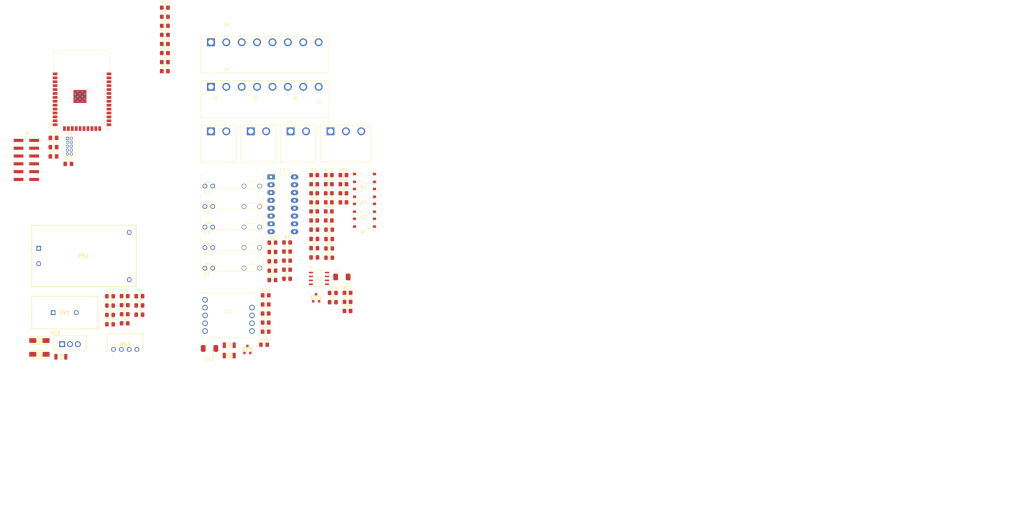
<source format=kicad_pcb>
(kicad_pcb (version 20221018) (generator pcbnew)
  (layers (0 "F.Cu" signal) (31 "B.Cu" signal) (34 "B.Paste" user) (35 "F.Paste" user) (36 "B.SilkS" user "B.Silkscreen") (37 "F.SilkS" user "F.Silkscreen") (38 "B.Mask" user) (39 "F.Mask" user) (44 "Edge.Cuts" user))
  (net 0 "")
  (net 1 "/Room-Link/CONTROL/INPUT_1MICRO")
  (net 2 "GND")
  (net 3 "/Room-Link/CONTROL/INPUT_2MICRO")
  (net 4 "/Room-Link/CONTROL/INPUT_3MICRO")
  (net 5 "/Room-Link/CONTROL/INPUT_4MICRO")
  (net 6 "+5V")
  (net 7 "+12V")
  (net 8 "+3.3V")
  (net 9 "VDD")
  (net 10 "EN")
  (net 11 "Net-(D1-K)")
  (net 12 "Net-(D1-A)")
  (net 13 "Net-(D2-K)")
  (net 14 "Net-(D2-A)")
  (net 15 "Net-(D3-K)")
  (net 16 "Net-(D3-A)")
  (net 17 "Net-(D4-K)")
  (net 18 "Net-(D4-A)")
  (net 19 "Net-(D5-K)")
  (net 20 "Net-(D5-A)")
  (net 21 "Net-(D6-A)")
  (net 22 "Net-(D7-A)")
  (net 23 "Net-(D8-A)")
  (net 24 "Net-(D9-A)")
  (net 25 "Net-(D10-K)")
  (net 26 "Net-(D10-A)")
  (net 27 "Net-(U2-B)")
  (net 28 "/Room-Link/RGND")
  (net 29 "Earth")
  (net 30 "Net-(D13-A)")
  (net 31 "Net-(U3-B)")
  (net 32 "Net-(U3-A)")
  (net 33 "Net-(D16-A)")
  (net 34 "Net-(D17-A)")
  (net 35 "Net-(D18-A)")
  (net 36 "Net-(D19-K)")
  (net 37 "Net-(D19-A)")
  (net 38 "Net-(F1-Pad1)")
  (net 39 "/Room-Link/CON-B+")
  (net 40 "Net-(F2-Pad1)")
  (net 41 "/Room-Link/CON-A-")
  (net 42 "/Room-Link/CON-L1")
  (net 43 "Net-(PS1-AC_2)")
  (net 44 "/Room-Link/CON-LCDA")
  (net 45 "/Room-Link/CON-LCDB+")
  (net 46 "/Room-Link/CON-OUT2A")
  (net 47 "/Room-Link/CON-OUT2B")
  (net 48 "/Room-Link/CON-OUT1A")
  (net 49 "/Room-Link/CON-OUT1B")
  (net 50 "/Room-Link/CON-FAN3")
  (net 51 "/Room-Link/CON-FAN2")
  (net 52 "/Room-Link/CON-FAN1")
  (net 53 "/Room-Link/CON-FAN-C")
  (net 54 "/Room-Link/CON-IN4-")
  (net 55 "/Room-Link/CON-IN4+")
  (net 56 "/Room-Link/CON-IN3-")
  (net 57 "/Room-Link/CON-IN3+")
  (net 58 "/Room-Link/CON-IN2-")
  (net 59 "/Room-Link/CON-IN2+")
  (net 60 "/Room-Link/CON-IN1-")
  (net 61 "/Room-Link/CON-IN1+")
  (net 62 "/Room-Link/CON-DC+")
  (net 63 "/Room-Link/CON-NEUT")
  (net 64 "Net-(J8-Pin_2)")
  (net 65 "Net-(J8-Pin_3)")
  (net 66 "Net-(J8-Pin_4)")
  (net 67 "Net-(J8-Pin_6)")
  (net 68 "Net-(J9-VTref)")
  (net 69 "MTMS")
  (net 70 "MTCLK")
  (net 71 "MTD0")
  (net 73 "MTD1")
  (net 74 "Net-(Q1-ANODE)")
  (net 75 "Net-(Q2-ANODE)")
  (net 76 "Net-(Q3-ANODE)")
  (net 77 "Net-(Q4-ANODE)")
  (net 78 "Net-(U2-VO)")
  (net 79 "Net-(U2-RGND)")
  (net 80 "/Room-Link/CONTROL/COM_RS485_LCD")
  (net 81 "Net-(U3-*RE)")
  (net 82 "/Room-Link/CONTROL/RLY_OUT1_MICRO")
  (net 83 "/Room-Link/CONTROL/RLY_OUT2_MICRO")
  (net 84 "/Room-Link/CONTROL/RLY_FAN3_MICRO")
  (net 85 "/Room-Link/CONTROL/RLY_FAN2_MICRO")
  (net 86 "/Room-Link/CONTROL/RLY_FAN1_MICRO")
  (net 92 "/Room-Link/CONTROL/Tx_RS485_eXT")
  (net 93 "/Room-Link/CONTROL/Rx_RS485_eXT")
  (net 94 "/Room-Link/CONTROL/CON_RS485_eXT")
  (net 95 "/Room-Link/CONTROL/Tx_RS485_LCD")
  (net 96 "/Room-Link/CONTROL/Rx_RS485_lcd")
  (net 99 "MTM5")
  (footprint "Resistor_SMD:R_0805_2012Metric_Pad1.20x1.40mm_HandSolder" (layer "F.Cu") (at -46.91 42.61)
    (fp_text reference "R2" (at 0 -1.65) (layer "F.SilkS"))
    (fp_text value "1K")
    (pad "1" smd roundrect (at -1 0) (size 1.2 1.4) (layers "F.Cu" "F.Paste" "F.Mask") (roundrect_rratio 0.208333) (net 14 "Net-(D2-A)"))
    (pad "2" smd roundrect (at 1 0) (size 1.2 1.4) (layers "F.Cu" "F.Paste" "F.Mask") (roundrect_rratio 0.208333) (net 7 "+12V"))
  )
  (footprint "nuevo simbolo:TD521D485H-E" (layer "F.Cu") (at -65.925 63.16)
    (fp_text reference "U2" (at 0 -1 unlocked) (layer "F.SilkS"))
    (fp_text value "TD521D485H-E")
    (pad "1" thru_hole circle (at -7.615 5.3) (size 1.75 1.75) (drill 1.2) (layers "*.Cu" "*.Mask") (net 2 "GND"))
    (pad "2" thru_hole circle (at -7.615 2.76) (size 1.75 1.75) (drill 1.2) (layers "*.Cu" "*.Mask") (net 6 "+5V"))
    (pad "3" thru_hole circle (at -7.615 0.22) (size 1.75 1.75) (drill 1.2) (layers "*.Cu" "*.Mask") (net 92 "/Room-Link/CONTROL/Tx_RS485_eXT"))
    (pad "4" thru_hole circle (at -7.615 -2.32) (size 1.75 1.75) (drill 1.2) (layers "*.Cu" "*.Mask") (net 93 "/Room-Link/CONTROL/Rx_RS485_eXT"))
    (pad "5" thru_hole circle (at -7.615 -4.86) (size 1.75 1.75) (drill 1.2) (layers "*.Cu" "*.Mask") (net 94 "/Room-Link/CONTROL/CON_RS485_eXT"))
    (pad "7" thru_hole circle (at 7.625 -2.32) (size 1.75 1.75) (drill 1.2) (layers "*.Cu" "*.Mask") (net 78 "Net-(U2-VO)"))
    (pad "8" thru_hole circle (at 7.625 0.22) (size 1.75 1.75) (drill 1.2) (layers "*.Cu" "*.Mask") (net 27 "Net-(U2-B)"))
    (pad "9" thru_hole circle (at 7.625 2.76) (size 1.75 1.75) (drill 1.2) (layers "*.Cu" "*.Mask") (net 25 "Net-(D10-K)"))
    (pad "10" thru_hole circle (at 7.625 5.3) (size 1.75 1.75) (drill 1.2) (layers "*.Cu" "*.Mask") (net 79 "Net-(U2-RGND)"))
  )
  (footprint "Resistor_SMD:R_0805_2012Metric_Pad1.20x1.40mm_HandSolder" (layer "F.Cu") (at -46.91 45.56)
    (fp_text reference "R3" (at 0 -1.65) (layer "F.SilkS"))
    (fp_text value "1K")
    (pad "1" smd roundrect (at -1 0) (size 1.2 1.4) (layers "F.Cu" "F.Paste" "F.Mask") (roundrect_rratio 0.208333) (net 16 "Net-(D3-A)"))
    (pad "2" smd roundrect (at 1 0) (size 1.2 1.4) (layers "F.Cu" "F.Paste" "F.Mask") (roundrect_rratio 0.208333) (net 7 "+12V"))
  )
  (footprint "sm712:SM71202HTG" (layer "F.Cu") (at -59.805 74.47)
    (fp_text reference "D11" (at 0 0) (layer "F.SilkS") (effects (font (size 1.27 1.27) (thickness 0.254))))
    (fp_text value "SM712-02HTG" hide)
    (pad "1" smd rect (at -0.95 1.145 90) (size 0.78 0.78) (layers "F.Cu" "F.Paste" "F.Mask") (net 27 "Net-(U2-B)"))
    (pad "2" smd rect (at 0.95 1.145 90) (size 0.78 0.78) (layers "F.Cu" "F.Paste" "F.Mask") (net 25 "Net-(D10-K)"))
    (pad "3" smd rect (at 0 -1.145 90) (size 0.78 0.78) (layers "F.Cu" "F.Paste" "F.Mask") (net 28 "/Room-Link/RGND"))
  )
  (footprint "huellas:DIOM5226X220N" (layer "F.Cu") (at -127.35 71.55)
    (fp_text reference "Z1" (at 0 0) (layer "F.SilkS") (effects (font (size 1.27 1.27) (thickness 0.254))))
    (fp_text value "1SMA5918BT3G" hide)
    (pad "1" smd rect (at -2.15 0 90) (size 1.55 2.3) (layers "F.Cu" "F.Paste" "F.Mask") (net 2 "GND"))
    (pad "2" smd rect (at 2.15 0 90) (size 1.55 2.3) (layers "F.Cu" "F.Paste" "F.Mask") (net 8 "+3.3V"))
  )
  (footprint "Resistor_SMD:R_0805_2012Metric_Pad1.20x1.40mm_HandSolder" (layer "F.Cu") (at -38.1 20.71)
    (fp_text reference "R7" (at 0 -1.65) (layer "F.SilkS"))
    (fp_text value "330")
    (pad "1" smd roundrect (at -1 0) (size 1.2 1.4) (layers "F.Cu" "F.Paste" "F.Mask") (roundrect_rratio 0.208333) (net 9 "VDD"))
    (pad "2" smd roundrect (at 1 0) (size 1.2 1.4) (layers "F.Cu" "F.Paste" "F.Mask") (roundrect_rratio 0.208333) (net 74 "Net-(Q1-ANODE)"))
  )
  (footprint "Resistor_SMD:R_0805_2012Metric_Pad1.20x1.40mm_HandSolder" (layer "F.Cu") (at -86.6 -21.925)
    (fp_text reference "R39" (at 0 -1.65) (layer "F.SilkS"))
    (fp_text value "100k")
    (pad "1" smd roundrect (at -1 0) (size 1.2 1.4) (layers "F.Cu" "F.Paste" "F.Mask") (roundrect_rratio 0.208333) (net 9 "VDD"))
    (pad "2" smd roundrect (at 1 0) (size 1.2 1.4) (layers "F.Cu" "F.Paste" "F.Mask") (roundrect_rratio 0.208333) (net 73 "MTD1"))
  )
  (footprint "TBP04R12-500-08BE:CUI_TBP04R12-500-08BE" (layer "F.Cu") (at -71.65 -10.96)
    (fp_text reference "J4" (at 4.985 -5.745) (layer "F.SilkS"))
    (fp_text value "TBP04R12-500-08BE")
    (pad "1" thru_hole rect (at 0 0) (size 2.55 2.55) (drill 1.7) (layers "*.Cu" "*.Mask") (net 54 "/Room-Link/CON-IN4-"))
    (pad "2" thru_hole circle (at 5 0) (size 2.55 2.55) (drill 1.7) (layers "*.Cu" "*.Mask") (net 55 "/Room-Link/CON-IN4+"))
    (pad "3" thru_hole circle (at 10 0) (size 2.55 2.55) (drill 1.7) (layers "*.Cu" "*.Mask") (net 56 "/Room-Link/CON-IN3-"))
    (pad "4" thru_hole circle (at 15 0) (size 2.55 2.55) (drill 1.7) (layers "*.Cu" "*.Mask") (net 57 "/Room-Link/CON-IN3+"))
    (pad "5" thru_hole circle (at 20 0) (size 2.55 2.55) (drill 1.7) (layers "*.Cu" "*.Mask") (net 58 "/Room-Link/CON-IN2-"))
    (pad "6" thru_hole circle (at 25 0) (size 2.55 2.55) (drill 1.7) (layers "*.Cu" "*.Mask") (net 59 "/Room-Link/CON-IN2+"))
    (pad "7" thru_hole circle (at 30 0) (size 2.55 2.55) (drill 1.7) (layers "*.Cu" "*.Mask") (net 60 "/Room-Link/CON-IN1-"))
    (pad "8" thru_hole circle (at 35 0) (size 2.55 2.55) (drill 1.7) (layers "*.Cu" "*.Mask") (net 61 "/Room-Link/CON-IN1+"))
  )
  (footprint "Resistor_SMD:R_0805_2012Metric_Pad1.20x1.40mm_HandSolder" (layer "F.Cu") (at -38.1 29.56)
    (fp_text reference "R10" (at 0 -1.65) (layer "F.SilkS"))
    (fp_text value "10")
    (pad "1" smd roundrect (at -1 0) (size 1.2 1.4) (layers "F.Cu" "F.Paste" "F.Mask") (roundrect_rratio 0.208333) (net 29 "Earth"))
    (pad "2" smd roundrect (at 1 0) (size 1.2 1.4) (layers "F.Cu" "F.Paste" "F.Mask") (roundrect_rratio 0.208333) (net 60 "/Room-Link/CON-IN1-"))
  )
  (footprint "Connector_PinHeader_2.54mm:PinHeader_2x06_P2.54mm_Vertical_SMD" (layer "F.Cu") (at -131.6 12.825)
    (fp_text reference "J8" (at 0 -8.68) (layer "F.SilkS"))
    (fp_text value "Screw_Terminal_01x06")
    (pad "1" smd rect (at -2.525 -6.35) (size 3.15 1) (layers "F.Cu" "F.Paste" "F.Mask") (net 9 "VDD"))
    (pad "2" smd rect (at 2.525 -6.35) (size 3.15 1) (layers "F.Cu" "F.Paste" "F.Mask") (net 64 "Net-(J8-Pin_2)"))
    (pad "3" smd rect (at -2.525 -3.81) (size 3.15 1) (layers "F.Cu" "F.Paste" "F.Mask") (net 65 "Net-(J8-Pin_3)"))
    (pad "4" smd rect (at 2.525 -3.81) (size 3.15 1) (layers "F.Cu" "F.Paste" "F.Mask") (net 66 "Net-(J8-Pin_4)"))
    (pad "5" smd rect (at -2.525 -1.27) (size 3.15 1) (layers "F.Cu" "F.Paste" "F.Mask") (net 2 "GND"))
    (pad "6" smd rect (at 2.525 -1.27) (size 3.15 1) (layers "F.Cu" "F.Paste" "F.Mask") (net 67 "Net-(J8-Pin_6)"))
    (pad "7" smd rect (at -2.525 1.27) (size 3.15 1) (layers "F.Cu" "F.Paste" "F.Mask"))
    (pad "8" smd rect (at 2.525 1.27) (size 3.15 1) (layers "F.Cu" "F.Paste" "F.Mask"))
    (pad "9" smd rect (at -2.525 3.81) (size 3.15 1) (layers "F.Cu" "F.Paste" "F.Mask"))
    (pad "10" smd rect (at 2.525 3.81) (size 3.15 1) (layers "F.Cu" "F.Paste" "F.Mask"))
    (pad "11" smd rect (at -2.525 6.35) (size 3.15 1) (layers "F.Cu" "F.Paste" "F.Mask"))
    (pad "12" smd rect (at 2.525 6.35) (size 3.15 1) (layers "F.Cu" "F.Paste" "F.Mask"))
  )
  (footprint "Capacitor_SMD:C_0805_2012Metric_Pad1.18x1.45mm_HandSolder" (layer "F.Cu") (at -38.07 44.52)
    (fp_text reference "C4" (at 0 -1.68) (layer "F.SilkS"))
    (fp_text value "0.1uF")
    (pad "1" smd roundrect (at -1.0375 0) (size 1.175 1.45) (layers "F.Cu" "F.Paste" "F.Mask") (roundrect_rratio 0.212766) (net 5 "/Room-Link/CONTROL/INPUT_4MICRO"))
    (pad "2" smd roundrect (at 1.0375 0) (size 1.175 1.45) (layers "F.Cu" "F.Paste" "F.Mask") (roundrect_rratio 0.212766) (net 2 "GND"))
  )
  (footprint "Resistor_SMD:R_0805_2012Metric_Pad1.20x1.40mm_HandSolder" (layer "F.Cu") (at -46.91 39.66)
    (fp_text reference "R1" (at 0 -1.65) (layer "F.SilkS"))
    (fp_text value "2.4K")
    (pad "1" smd roundrect (at -1 0) (size 1.2 1.4) (layers "F.Cu" "F.Paste" "F.Mask") (roundrect_rratio 0.208333) (net 12 "Net-(D1-A)"))
    (pad "2" smd roundrect (at 1 0) (size 1.2 1.4) (layers "F.Cu" "F.Paste" "F.Mask") (roundrect_rratio 0.208333) (net 7 "+12V"))
  )
  (footprint "LED_SMD:LED_0805_2012Metric_Pad1.15x1.40mm_HandSolder" (layer "F.Cu") (at -104.405 66.255)
    (fp_text reference "D18" (at 0 -1.65) (layer "F.SilkS"))
    (fp_text value "LED")
    (pad "1" smd roundrect (at -1.025 0) (size 1.15 1.4) (layers "F.Cu" "F.Paste" "F.Mask") (roundrect_rratio 0.217391) (net 2 "GND"))
    (pad "2" smd roundrect (at 1.025 0) (size 1.15 1.4) (layers "F.Cu" "F.Paste" "F.Mask") (roundrect_rratio 0.217391) (net 35 "Net-(D18-A)"))
  )
  (footprint "PTS12066V050:FUSC3216X68N" (layer "F.Cu") (at -65.695 76.44)
    (fp_text reference "F2" (at 0 0) (layer "F.SilkS") (effects (font (size 1.27 1.27) (thickness 0.254))))
    (fp_text value "PTS120660V010" hide)
    (pad "1" smd rect (at -1.61 0) (size 0.99 1.82) (layers "F.Cu" "F.Paste" "F.Mask") (net 40 "Net-(F2-Pad1)"))
    (pad "2" smd rect (at 1.61 0) (size 0.99 1.82) (layers "F.Cu" "F.Paste" "F.Mask") (net 41 "/Room-Link/CON-A-"))
  )
  (footprint "Resistor_SMD:R_0805_2012Metric_Pad1.20x1.40mm_HandSolder" (layer "F.Cu") (at -38.1 26.61)
    (fp_text reference "R9" (at 0 -1.65) (layer "F.SilkS"))
    (fp_text value "10")
    (pad "1" smd roundrect (at -1 0) (size 1.2 1.4) (layers "F.Cu" "F.Paste" "F.Mask") (roundrect_rratio 0.208333) (net 29 "Earth"))
    (pad "2" smd roundrect (at 1 0) (size 1.2 1.4) (layers "F.Cu" "F.Paste" "F.Mask") (roundrect_rratio 0.208333) (net 59 "/Room-Link/CON-IN2+"))
  )
  (footprint "TBP04R12-500-08BE:CUI_TBP04R12-500-08BE" (layer "F.Cu") (at -71.65 -25.435)
    (fp_text reference "J3" (at 4.985 -5.745) (layer "F.SilkS"))
    (fp_text value "TBP04R12-500-08BE")
    (pad "1" thru_hole rect (at 0 0) (size 2.55 2.55) (drill 1.7) (layers "*.Cu" "*.Mask") (net 46 "/Room-Link/CON-OUT2A"))
    (pad "2" thru_hole circle (at 5 0) (size 2.55 2.55) (drill 1.7) (layers "*.Cu" "*.Mask") (net 47 "/Room-Link/CON-OUT2B"))
    (pad "3" thru_hole circle (at 10 0) (size 2.55 2.55) (drill 1.7) (layers "*.Cu" "*.Mask") (net 48 "/Room-Link/CON-OUT1A"))
    (pad "4" thru_hole circle (at 15 0) (size 2.55 2.55) (drill 1.7) (layers "*.Cu" "*.Mask") (net 49 "/Room-Link/CON-OUT1B"))
    (pad "5" thru_hole circle (at 20 0) (size 2.55 2.55) (drill 1.7) (layers "*.Cu" "*.Mask") (net 50 "/Room-Link/CON-FAN3"))
    (pad "6" thru_hole circle (at 25 0) (size 2.55 2.55) (drill 1.7) (layers "*.Cu" "*.Mask") (net 51 "/Room-Link/CON-FAN2"))
    (pad "7" thru_hole circle (at 30 0) (size 2.55 2.55) (drill 1.7) (layers "*.Cu" "*.Mask") (net 52 "/Room-Link/CON-FAN1"))
    (pad "8" thru_hole circle (at 35 0) (size 2.55 2.55) (drill 1.7) (layers "*.Cu" "*.Mask") (net 53 "/Room-Link/CON-FAN-C"))
  )
  (footprint "nuevo simbolo:SMBJ12CA" (layer "F.Cu") (at -29.1 50.87)
    (fp_text reference "D14" (at 0 3.5 unlocked) (layer "F.SilkS"))
    (fp_text value "SMBJ12CA")
    (pad "1" smd roundrect (at -2.035 0) (size 1.52 2.2) (layers "F.Cu" "F.Paste" "F.Mask") (net 31 "Net-(U3-B)"))
    (pad "2" smd roundrect (at 2.035 0) (size 1.52 2.2) (layers "F.Cu" "F.Paste" "F.Mask") (net 32 "Net-(U3-A)"))
  )
  (footprint "footprints:NSOIC-8-L" (layer "F.Cu") (at -36.5484 51.3501)
    (fp_text reference "U3" (at 0 0 unlocked) (layer "F.SilkS"))
    (fp_text value "SP485ECN-L")
    (fp_text user "*" (at -2.87535 -3.556 unlocked) (layer "F.SilkS"))
    (fp_text user "*" (at -2.87535 -3.556) (layer "F.SilkS"))
    (pad "1" smd rect (at -2.621351 -1.905) (size 1.2549 0.508) (layers "F.Cu" "F.Paste" "F.Mask") (net 95 "/Room-Link/CONTROL/Tx_RS485_LCD"))
    (pad "2" smd rect (at -2.621351 -0.635) (size 1.2549 0.508) (layers "F.Cu" "F.Paste" "F.Mask") (net 81 "Net-(U3-*RE)"))
    (pad "3" smd rect (at -2.621351 0.635) (size 1.2549 0.508) (layers "F.Cu" "F.Paste" "F.Mask") (net 81 "Net-(U3-*RE)"))
    (pad "4" smd rect (at -2.621351 1.905) (size 1.2549 0.508) (layers "F.Cu" "F.Paste" "F.Mask") (net 96 "/Room-Link/CONTROL/Rx_RS485_lcd"))
    (pad "5" smd rect (at 2.621351 1.905) (size 1.2549 0.508) (layers "F.Cu" "F.Paste" "F.Mask") (net 2 "GND"))
    (pad "6" smd rect (at 2.621351 0.635) (size 1.2549 0.508) (layers "F.Cu" "F.Paste" "F.Mask") (net 32 "Net-(U3-A)"))
    (pad "7" smd rect (at 2.621351 -0.635) (size 1.2549 0.508) (layers "F.Cu" "F.Paste" "F.Mask") (net 31 "Net-(U3-B)"))
    (pad "8" smd rect (at 2.621351 -1.905) (size 1.2549 0.508) (layers "F.Cu" "F.Paste" "F.Mask") (net 6 "+5V"))
  )
  (footprint "Capacitor_SMD:C_0805_2012Metric_Pad1.18x1.45mm_HandSolder" (layer "F.Cu") (at -38.07 41.51)
    (fp_text reference "C3" (at 0 -1.68) (layer "F.SilkS"))
    (fp_text value "0.1uF")
    (pad "1" smd roundrect (at -1.0375 0) (size 1.175 1.45) (layers "F.Cu" "F.Paste" "F.Mask") (roundrect_rratio 0.212766) (net 4 "/Room-Link/CONTROL/INPUT_3MICRO"))
    (pad "2" smd roundrect (at 1.0375 0) (size 1.175 1.45) (layers "F.Cu" "F.Paste" "F.Mask") (roundrect_rratio 0.212766) (net 2 "GND"))
  )
  (footprint "Resistor_SMD:R_0805_2012Metric_Pad1.20x1.40mm_HandSolder" (layer "F.Cu") (at -86.6 -24.875)
    (fp_text reference "R38" (at 0 -1.65) (layer "F.SilkS"))
    (fp_text value "100k")
    (pad "1" smd roundrect (at -1 0) (size 1.2 1.4) (layers "F.Cu" "F.Paste" "F.Mask") (roundrect_rratio 0.208333) (net 9 "VDD"))
    (pad "2" smd roundrect (at 1 0) (size 1.2 1.4) (layers "F.Cu" "F.Paste" "F.Mask") (roundrect_rratio 0.208333) (net 71 "MTD0"))
  )
  (footprint "Resistor_SMD:R_0805_2012Metric_Pad1.20x1.40mm_HandSolder" (layer "F.Cu") (at -86.6 -33.725)
    (fp_text reference "R35" (at 0 -1.65) (layer "F.SilkS"))
    (fp_text value "1k")
    (pad "1" smd roundrect (at -1 0) (size 1.2 1.4) (layers "F.Cu" "F.Paste" "F.Mask") (roundrect_rratio 0.208333) (net 9 "VDD"))
    (pad "2" smd roundrect (at 1 0) (size 1.2 1.4) (layers "F.Cu" "F.Paste" "F.Mask") (roundrect_rratio 0.208333) (net 68 "Net-(J9-VTref)"))
  )
  (footprint "PTS12066V050:FUSC3216X68N" (layer "F.Cu") (at -65.695 73.07)
    (fp_text reference "F1" (at 0 0) (layer "F.SilkS") (effects (font (size 1.27 1.27) (thickness 0.254))))
    (fp_text value "PTS120660V010" hide)
    (pad "1" smd rect (at -1.61 0) (size 0.99 1.82) (layers "F.Cu" "F.Paste" "F.Mask") (net 38 "Net-(F1-Pad1)"))
    (pad "2" smd rect (at 1.61 0) (size 0.99 1.82) (layers "F.Cu" "F.Paste" "F.Mask") (net 39 "/Room-Link/CON-B+"))
  )
  (footprint "LED_SMD:LED_0805_2012Metric_Pad1.15x1.40mm_HandSolder" (layer "F.Cu") (at -51.655 45.785)
    (fp_text reference "D3" (at 0 -1.65) (layer "F.SilkS"))
    (fp_text value "LED")
    (pad "1" smd roundrect (at -1.025 0) (size 1.15 1.4) (layers "F.Cu" "F.Paste" "F.Mask") (roundrect_rratio 0.217391) (net 15 "Net-(D3-K)"))
    (pad "2" smd roundrect (at 1.025 0) (size 1.15 1.4) (layers "F.Cu" "F.Paste" "F.Mask") (roundrect_rratio 0.217391) (net 16 "Net-(D3-A)"))
  )
  (footprint "Resistor_SMD:R_0805_2012Metric_Pad1.20x1.40mm_HandSolder" (layer "F.Cu") (at -86.6 -16.025)
    (fp_text reference "R41" (at 0 -1.65) (layer "F.SilkS"))
    (fp_text value "470")
    (pad "1" smd roundrect (at -1 0) (size 1.2 1.4) (layers "F.Cu" "F.Paste" "F.Mask") (roundrect_rratio 0.208333) (net 37 "Net-(D19-A)"))
    (pad "2" smd roundrect (at 1 0) (size 1.2 1.4) (layers "F.Cu" "F.Paste" "F.Mask") (roundrect_rratio 0.208333) (net 9 "VDD"))
  )
  (footprint "TBP04R12-500-02BE:CUI_TBP04R12-500-02BE" (layer "F.Cu") (at -58.7 3.515)
    (fp_text reference "J5" (at 1.335 -10.745) (layer "F.SilkS"))
    (fp_text value "TBP04R12-500-02BE")
    (pad "1" thru_hole rect (at 0 0) (size 2.55 2.55) (drill 1.7) (layers "*.Cu" "*.Mask") (net 62 "/Room-Link/CON-DC+"))
    (pad "2" thru_hole circle (at 5 0) (size 2.55 2.55) (drill 1.7) (layers "*.Cu" "*.Mask") (net 2 "GND"))
  )
  (footprint "huellas:DIOM5226X220N" (layer "F.Cu") (at -127.35 76.02)
    (fp_text reference "Z2" (at 0 0) (layer "F.SilkS") (effects (font (size 1.27 1.27) (thickness 0.254))))
    (fp_text value "1SMA5918BT3G" hide)
    (pad "1" smd rect (at -2.15 0 90) (size 1.55 2.3) (layers "F.Cu" "F.Paste" "F.Mask") (net 29 "Earth"))
    (pad "2" smd rect (at 2.15 0 90) (size 1.55 2.3) (layers "F.Cu" "F.Paste" "F.Mask") (net 9 "VDD"))
  )
  (footprint "Capacitor_SMD:C_0805_2012Metric_Pad1.18x1.45mm_HandSolder" (layer "F.Cu") (at -32.05 56.06)
    (fp_text reference "C5" (at 0 -1.68) (layer "F.SilkS"))
    (fp_text value "1 uF")
    (pad "1" smd roundrect (at -1.0375 0) (size 1.175 1.45) (layers "F.Cu" "F.Paste" "F.Mask") (roundrect_rratio 0.212766) (net 6 "+5V"))
    (pad "2" smd roundrect (at 1.0375 0) (size 1.175 1.45) (layers "F.Cu" "F.Paste" "F.Mask") (roundrect_rratio 0.212766) (net 2 "GND"))
  )
  (footprint "Resistor_SMD:R_0805_2012Metric_Pad1.20x1.40mm_HandSolder" (layer "F.Cu") (at -99.66 65.94)
    (fp_text reference "R33" (at 0 -1.65) (layer "F.SilkS"))
    (fp_text value "1k")
    (pad "1" smd roundrect (at -1 0) (size 1.2 1.4) (layers "F.Cu" "F.Paste" "F.Mask") (roundrect_rratio 0.208333) (net 62 "/Room-Link/CON-DC+"))
    (pad "2" smd roundrect (at 1 0) (size 1.2 1.4) (layers "F.Cu" "F.Paste" "F.Mask") (roundrect_rratio 0.208333) (net 35 "Net-(D18-A)"))
  )
  (footprint "Resistor_SMD:R_0805_2012Metric_Pad1.20x1.40mm_HandSolder" (layer "F.Cu") (at -28.6 23.66)
    (fp_text reference "R20" (at 0 -1.65) (layer "F.SilkS"))
    (fp_text value "10k")
    (pad "1" smd roundrect (at -1 0) (size 1.2 1.4) (layers "F.Cu" "F.Paste" "F.Mask") (roundrect_rratio 0.208333) (net 6 "+5V"))
    (pad "2" smd roundrect (at 1 0) (size 1.2 1.4) (layers "F.Cu" "F.Paste" "F.Mask") (roundrect_rratio 0.208333) (net 5 "/Room-Link/CONTROL/INPUT_4MICRO"))
  )
  (footprint "Resistor_SMD:R_0805_2012Metric_Pad1.20x1.40mm_HandSolder" (layer "F.Cu") (at -38.1 23.66)
    (fp_text reference "R8" (at 0 -1.65) (layer "F.SilkS"))
    (fp_text value "330")
    (pad "1" smd roundrect (at -1 0) (size 1.2 1.4) (layers "F.Cu" "F.Paste" "F.Mask") (roundrect_rratio 0.208333) (net 9 "VDD"))
    (pad "2" smd roundrect (at 1 0) (size 1.2 1.4) (layers "F.Cu" "F.Paste" "F.Mask") (roundrect_rratio 0.208333) (net 75 "Net-(Q2-ANODE)"))
  )
  (footprint "LED_SMD:LED_0805_2012Metric_Pad1.15x1.40mm_HandSolder" (layer "F.Cu") (at -33.245 41.585)
    (fp_text reference "D8" (at 0 -1.65) (layer "F.SilkS"))
    (fp_text value "LED")
    (pad "1" smd roundrect (at -1.025 0) (size 1.15 1.4) (layers "F.Cu" "F.Paste" "F.Mask") (roundrect_rratio 0.217391) (net 4 "/Room-Link/CONTROL/INPUT_3MICRO"))
    (pad "2" smd roundrect (at 1.025 0) (size 1.15 1.4) (layers "F.Cu" "F.Paste" "F.Mask") (roundrect_rratio 0.217391) (net 23 "Net-(D8-A)"))
  )
  (footprint "Capacitor_SMD:C_0805_2012Metric_Pad1.18x1.45mm_HandSolder" (layer "F.Cu") (at -94.88 57.12)
    (fp_text reference "C7" (at 0 -1.68) (layer "F.SilkS"))
    (fp_text value "0.1uF 25v")
    (pad "1" smd roundrect (at -1.0375 0) (size 1.175 1.45) (layers "F.Cu" "F.Paste" "F.Mask") (roundrect_rratio 0.212766) (net 7 "+12V"))
    (pad "2" smd roundrect (at 1.0375 0) (size 1.175 1.45) (layers "F.Cu" "F.Paste" "F.Mask") (roundrect_rratio 0.212766) (net 2 "GND"))
  )
  (footprint "nuevo simbolo:AZ921" (layer "F.Cu") (at -67 28.885)
    (fp_text reference "K2" (at -6 1 unlocked) (layer "F.SilkS"))
    (fp_text value "ADW11")
    (pad "1" thru_hole circle (at -6.6 -0.9) (size 1.5 1.5) (drill 1) (layers "*.Cu" "*.Mask") (net 7 "+12V"))
    (pad "2" thru_hole circle (at -4.06 -0.9) (size 1.5 1.5) (drill 1) (layers "*.Cu" "*.Mask"))
    (pad "3" thru_hole circle (at 6.1 -0.9) (size 1.5 1.5) (drill 1.2) (layers "*.Cu" "*.Mask") (net 52 "/Room-Link/CON-FAN1"))
    (pad "4" thru_hole circle (at 11.18 -0.9) (size 1.5 1.5) (drill 1.2) (layers "*.Cu" "*.Mask"))
  )
  (footprint "Package_DIP:DIP-16_W7.62mm_LongPads" (layer "F.Cu") (at -52.1 18.36)
    (fp_text reference "U1" (at 3.81 -2.33) (layer "F.SilkS"))
    (fp_text value "ULN2003A")
    (pad "1" thru_hole rect (at 0 0) (size 2.4 1.6) (drill 0.8) (layers "*.Cu" "*.Mask") (net 82 "/Room-Link/CONTROL/RLY_OUT1_MICRO"))
    (pad "2" thru_hole oval (at 0 2.54) (size 2.4 1.6) (drill 0.8) (layers "*.Cu" "*.Mask") (net 83 "/Room-Link/CONTROL/RLY_OUT2_MICRO"))
    (pad "3" thru_hole oval (at 0 5.08) (size 2.4 1.6) (drill 0.8) (layers "*.Cu" "*.Mask") (net 84 "/Room-Link/CONTROL/RLY_FAN3_MICRO"))
    (pad "4" thru_hole oval (at 0 7.62) (size 2.4 1.6) (drill 0.8) (layers "*.Cu" "*.Mask") (net 85 "/Room-Link/CONTROL/RLY_FAN2_MICRO"))
    (pad "5" thru_hole oval (at 0 10.16) (size 2.4 1.6) (drill 0.8) (layers "*.Cu" "*.Mask") (net 86 "/Room-Link/CONTROL/RLY_FAN1_MICRO"))
    (pad "6" thru_hole oval (at 0 12.7) (size 2.4 1.6) (drill 0.8) (layers "*.Cu" "*.Mask"))
    (pad "7" thru_hole oval (at 0 15.24) (size 2.4 1.6) (drill 0.8) (layers "*.Cu" "*.Mask"))
    (pad "8" thru_hole oval (at 0 17.78) (size 2.4 1.6) (drill 0.8) (layers "*.Cu" "*.Mask") (net 2 "GND"))
    (pad "9" thru_hole oval (at 7.62 17.78) (size 2.4 1.6) (drill 0.8) (layers "*.Cu" "*.Mask"))
    (pad "10" thru_hole oval (at 7.62 15.24) (size 2.4 1.6) (drill 0.8) (layers "*.Cu" "*.Mask"))
    (pad "11" thru_hole oval (at 7.62 12.7) (size 2.4 1.6) (drill 0.8) (layers "*.Cu" "*.Mask"))
    (pad "12" thru_hole oval (at 7.62 10.16) (size 2.4 1.6) (drill 0.8) (layers "*.Cu" "*.Mask") (net 17 "Net-(D4-K)"))
    (pad "13" thru_hole oval (at 7.62 7.62) (size 2.4 1.6) (drill 0.8) (layers "*.Cu" "*.Mask") (net 15 "Net-(D3-K)"))
    (pad "14" thru_hole oval (at 7.62 5.08) (size 2.4 1.6) (drill 0.8) (layers "*.Cu" "*.Mask") (net 13 "Net-(D2-K)"))
    (pad "15" thru_hole oval (at 7.62 2.54) (size 2.4 1.6) (drill 0.8) (layers "*.Cu" "*.Mask") (net 11 "Net-(D1-K)"))
    (pad "16" thru_hole oval (at 7.62 0) (size 2.4 1.6) (drill 0.8) (layers "*.Cu" "*.Mask") (net 19 "Net-(D5-K)"))
  )
  (footprint "Resistor_SMD:R_0805_2012Metric_Pad1.20x1.40mm_HandSolder" (layer "F.Cu") (at -99.66 60.04)
    (fp_text reference "R31" (at 0 -1.65) (layer "F.SilkS"))
    (fp_text value "2.2k")
    (pad "1" smd roundrect (at -1 0) (size 1.2 1.4) (layers "F.Cu" "F.Paste" "F.Mask") (roundrect_rratio 0.208333) (net 7 "+12V"))
    (pad "2" smd roundrect (at 1 0) (size 1.2 1.4) (layers "F.Cu" "F.Paste" "F.Mask") (roundrect_rratio 0.208333) (net 33 "Net-(D16-A)"))
  )
  (footprint "nuevo simbolo:AZ921" (layer "F.Cu") (at -67 48.91)
    (fp_text reference "K5" (at -6 1 unlocked) (layer "F.SilkS"))
    (fp_text value "ADW11")
    (pad "1" thru_hole circle (at -6.6 -0.9) (size 1.5 1.5) (drill 1) (layers "*.Cu" "*.Mask") (net 7 "+12V"))
    (pad "2" thru_hole circle (at -4.06 -0.9) (size 1.5 1.5) (drill 1) (layers "*.Cu" "*.Mask"))
    (pad "3" thru_hole circle (at 6.1 -0.9) (size 1.5 1.5) (drill 1.2) (layers "*.Cu" "*.Mask") (net 48 "/Room-Link/CON-OUT1A"))
    (pad "4" thru_hole circle (at 11.18 -0.9) (size 1.5 1.5) (drill 1.2) (layers "*.Cu" "*.Mask"))
  )
  (footprint "LED_SMD:LED_0805_2012Metric_Pad1.15x1.40mm_HandSolder" (layer "F.Cu") (at -51.655 39.705)
    (fp_text reference "D1" (at 0 -1.65) (layer "F.SilkS"))
    (fp_text value "LED")
    (pad "1" smd roundrect (at -1.025 0) (size 1.15 1.4) (layers "F.Cu" "F.Paste" "F.Mask") (roundrect_rratio 0.217391) (net 11 "Net-(D1-K)"))
    (pad "2" smd roundrect (at 1.025 0) (size 1.15 1.4) (layers "F.Cu" "F.Paste" "F.Mask") (roundrect_rratio 0.217391) (net 12 "Net-(D1-A)"))
  )
  (footprint "Resistor_SMD:R_0805_2012Metric_Pad1.20x1.40mm_HandSolder" (layer "F.Cu") (at -53.85 68.66)
    (fp_text reference "R26" (at 0 -1.65) (layer "F.SilkS"))
    (fp_text value "10")
    (pad "1" smd roundrect (at -1 0) (size 1.2 1.4) (layers "F.Cu" "F.Paste" "F.Mask") (roundrect_rratio 0.208333) (net 25 "Net-(D10-K)"))
    (pad "2" smd roundrect (at 1 0) (size 1.2 1.4) (layers "F.Cu" "F.Paste" "F.Mask") (roundrect_rratio 0.208333) (net 40 "Net-(F2-Pad1)"))
  )
  (footprint "LED_SMD:LED_0805_2012Metric_Pad1.15x1.40mm_HandSolder" (layer "F.Cu") (at -104.405 63.215)
    (fp_text reference "D17" (at 0 -1.65) (layer "F.SilkS"))
    (fp_text value "LED")
    (pad "1" smd roundrect (at -1.025 0) (size 1.15 1.4) (layers "F.Cu" "F.Paste" "F.Mask") (roundrect_rratio 0.217391) (net 2 "GND"))
    (pad "2" smd roundrect (at 1.025 0) (size 1.15 1.4) (layers "F.Cu" "F.Paste" "F.Mask") (roundrect_rratio 0.217391) (net 34 "Net-(D17-A)"))
  )
  (footprint "Resistor_SMD:R_0805_2012Metric_Pad1.20x1.40mm_HandSolder" (layer "F.Cu") (at -86.6 -27.825)
    (fp_text reference "R37" (at 0 -1.65) (layer "F.SilkS"))
    (fp_text value "100k")
    (pad "1" smd roundrect (at -1 0) (size 1.2 1.4) (layers "F.Cu" "F.Paste" "F.Mask") (roundrect_rratio 0.208333) (net 9 "VDD"))
    (pad "2" smd roundrect (at 1 0) (size 1.2 1.4) (layers "F.Cu" "F.Paste" "F.Mask") (roundrect_rratio 0.208333) (net 70 "MTCLK"))
  )
  (footprint "Capacitor_SMD:C_0805_2012Metric_Pad1.18x1.45mm_HandSolder" (layer "F.Cu") (at -94.88 60.13)
    (fp_text reference "C8" (at 0 -1.68) (layer "F.SilkS"))
    (fp_text value "0.1uF 25v")
    (pad "1" smd roundrect (at -1.0375 0) (size 1.175 1.45) (layers "F.Cu" "F.Paste" "F.Mask") (roundrect_rratio 0.212766) (net 8 "+3.3V"))
    (pad "2" smd roundrect (at 1.0375 0) (size 1.175 1.45) (layers "F.Cu" "F.Paste" "F.Mask") (roundrect_rratio 0.212766) (net 2 "GND"))
  )
  (footprint "Resistor_SMD:R_0805_2012Metric_Pad1.20x1.40mm_HandSolder" (layer "F.Cu") (at -46.91 51.46)
    (fp_text reference "R5" (at 0 -1.65) (layer "F.SilkS"))
    (fp_text value "1K")
    (pad "1" smd roundrect (at -1 0) (size 1.2 1.4) (layers "F.Cu" "F.Paste" "F.Mask") (roundrect_rratio 0.208333) (net 20 "Net-(D5-A)"))
    (pad "2" smd roundrect (at 1 0) (size 1.2 1.4) (layers "F.Cu" "F.Paste" "F.Mask") (roundrect_rratio 0.208333) (net 7 "+12V"))
  )
  (footprint "Resistor_SMD:R_0805_2012Metric_Pad1.20x1.40mm_HandSolder" (layer "F.Cu") (at -53.85 56.86)
    (fp_text reference "R22" (at 0 -1.65) (layer "F.SilkS"))
    (fp_text value "2.2k")
    (pad "1" smd roundrect (at -1 0) (size 1.2 1.4) (layers "F.Cu" "F.Paste" "F.Mask") (roundrect_rratio 0.208333) (net 78 "Net-(U2-VO)"))
    (pad "2" smd roundrect (at 1 0) (size 1.2 1.4) (layers "F.Cu" "F.Paste" "F.Mask") (roundrect_rratio 0.208333) (net 26 "Net-(D10-A)"))
  )
  (footprint "Resistor_SMD:R_0805_2012Metric_Pad1.20x1.40mm_HandSolder" (layer "F.Cu") (at -86.6 -36.675)
    (fp_text reference "R34" (at 0 -1.65) (layer "F.SilkS"))
    (fp_text value "22k")
    (pad "1" smd roundrect (at -1 0) (size 1.2 1.4) (layers "F.Cu" "F.Paste" "F.Mask") (roundrect_rratio 0.208333) (net 9 "VDD"))
    (pad "2" smd roundrect (at 1 0) (size 1.2 1.4) (layers "F.Cu" "F.Paste" "F.Mask") (roundrect_rratio 0.208333) (net 10 "EN"))
  )
  (footprint "nuevo simbolo:FODM2705" (layer "F.Cu") (at -22 32.96)
    (fp_text reference "Q4" (at 0 3.2 unlocked) (layer "F.SilkS"))
    (fp_text value "FODM2705")
    (pad "1" smd roundrect (at -3 -1) (size 1 0.8) (layers "F.Cu" "F.Paste" "F.Mask") (net 77 "Net-(Q4-ANODE)"))
    (pad "2" smd roundrect (at -3 1.54) (size 1 0.8) (layers "F.Cu" "F.Paste" "F.Mask") (net 55 "/Room-Link/CON-IN4+"))
    (pad "3" smd roundrect (at 3.5 1.54) (size 1 0.8) (layers "F.Cu" "F.Paste" "F.Mask") (net 2 "GND"))
    (pad "4" smd roundrect (at 3.5 -1) (size 1 0.8) (layers "F.Cu" "F.Paste" "F.Mask") (net 5 "/Room-Link/CONTROL/INPUT_4MICRO"))
  )
  (footprint "KiCad:HLKPM12" (layer "F.Cu") (at -127.575 41.565)
    (fp_text reference "PS1" (at 14.7 2.5) (layer "F.SilkS") (effects (font (size 1.27 1.27) (thickness 0.254))))
    (fp_text value "HLK-PM12" hide)
    (pad "1" thru_hole rect (at 0 0) (size 1.5 1.5) (drill 1) (layers "*.Cu" "*.Mask") (net 63 "/Room-Link/CON-NEUT"))
    (pad "2" thru_hole circle (at 0 5) (size 1.5 1.5) (drill 1) (layers "*.Cu" "*.Mask") (net 43 "Net-(PS1-AC_2)"))
    (pad "3" thru_hole circle (at 29.4 -5.2) (size 1.5 1.5) (drill 1) (layers "*.Cu" "*.Mask") (net 2 "GND"))
    (pad "4" thru_hole circle (at 29.4 10.2) (size 1.5 1.5) (drill 1) (layers "*.Cu" "*.Mask") (net 2 "GND"))
  )
  (footprint "Connector_PinHeader_1.27mm:PinHeader_2x05_P1.27mm_Vertical" (layer "F.Cu") (at -118.24 5.825)
    (fp_text reference "J9" (at 0.635 -1.695) (layer "F.SilkS"))
    (fp_text value "Conn_ARM_JTAG_SWD_10")
    (pad "1" thru_hole rect (at 0 0) (size 1 1) (drill 0.65) (layers "*.Cu" "*.Mask") (net 68 "Net-(J9-VTref)"))
    (pad "2" thru_hole oval (at 1.27 0) (size 1 1) (drill 0.65) (layers "*.Cu" "*.Mask") (net 69 "MTMS"))
    (pad "3" thru_hole oval (at 0 1.27) (size 1 1) (drill 0.65) (layers "*.Cu" "*.Mask") (net 2 "GND"))
    (pad "4" thru_hole oval (at 1.27 1.27) (size 1 1) (drill 0.65) (layers "*.Cu" "*.Mask") (net 70 "MTCLK"))
    (pad "5" thru_hole oval (at 0 2.54) (size 1 1) (drill 0.65) (layers "*.Cu" "*.Mask") (net 2 "GND"))
    (pad "6" thru_hole oval (at 1.27 2.54) (size 1 1) (drill 0.65) (layers "*.Cu" "*.Mask") (net 71 "MTD0"))
    (pad "7" thru_hole oval (at 0 3.81) (size 1 1) (drill 0.65) (layers "*.Cu" "*.Mask"))
    (pad "8" thru_hole oval (at 1.27 3.81) (size 1 1) (drill 0.65) (layers "*.Cu" "*.Mask") (net 73 "MTD1"))
    (pad "9" thru_hole oval (at 0 5.08) (size 1 1) (drill 0.65) (layers "*.Cu" "*.Mask") (net 2 "GND"))
    (pad "10" thru_hole oval (at 1.27 5.08) (size 1 1) (drill 0.65) (layers "*.Cu" "*.Mask") (net 10 "EN"))
  )
  (footprint "nuevo simbolo:FODM2705" (layer "F.Cu") (at -22 18.41)
    (fp_text reference "Q1" (at 0 3.2 unlocked) (layer "F.SilkS"))
    (fp_text value "FODM2705")
    (pad "1" smd roundrect (at -3 -1) (size 1 0.8) (layers "F.Cu" "F.Paste" "F.Mask") (net 74 "Net-(Q1-ANODE)"))
    (pad "2" smd roundrect (at -3 1.54) (size 1 0.8) (layers "F.Cu" "F.Paste" "F.Mask") (net 61 "/Room-Link/CON-IN1+"))
    (pad "3" smd roundrect (at 3.5 1.54) (size 1 0.8) (layers "F.Cu" "F.Paste" "F.Mask") (net 2 "GND"))
    (pad "4" smd roundrect (at 3.5 -1) (size 1 0.8) (layers "F.Cu" "F.Paste" "F.Mask") (net 1 "/Room-Link/CONTROL/INPUT_1MICRO"))
  )
  (footprint "LED_SMD:LED_0805_2012Metric_Pad1.15x1.40mm_HandSolder" (layer "F.Cu") (at -33.245 44.625)
    (fp_text reference "D9" (at 0 -1.65) (layer "F.SilkS"))
    (fp_text value "LED")
    (pad "1" smd roundrect (at -1.025 0) (size 1.15 1.4) (layers "F.Cu" "F.Paste" "F.Mask") (roundrect_rratio 0.217391) (net 5 "/Room-Link/CONTROL/INPUT_4MICRO"))
    (pad "2" smd roundrect (at 1.025 0) (size 1.15 1.4) (layers "F.Cu" "F.Paste" "F.Mask") (roundrect_rratio 0.217391) (net 24 "Net-(D9-A)"))
  )
  (footprint "Resistor_SMD:R_0805_2012Metric_Pad1.20x1.40mm_HandSolder" (layer "F.Cu") (at -28.6 17.76)
    (fp_text reference "R18" (at 0 -1.65) (layer "F.SilkS"))
    (fp_text value "330")
    (pad "1" smd roundrect (at -1 0) (size 1.2 1.4) (layers "F.Cu" "F.Paste" "F.Mask") (roundrect_rratio 0.208333) (net 9 "VDD"))
    (pad "2" smd roundrect (at 1 0) (size 1.2 1.4) (layers "F.Cu" "F.Paste" "F.Mask") (roundrect_rratio 0.208333) (net 77 "Net-(Q4-ANODE)"))
  )
  (footprint "Capacitor_SMD:C_0805_2012Metric_Pad1.18x1.45mm_HandSolder" (layer "F.Cu") (at -38.07 35.49)
    (fp_text reference "C1" (at 0 -1.68) (layer "F.SilkS"))
    (fp_text value "0.1uF")
    (pad "1" smd roundrect (at -1.0375 0) (size 1.175 1.45) (layers "F.Cu" "F.Paste" "F.Mask") (roundrect_rratio 0.212766) (net 1 "/Room-Link/CONTROL/INPUT_1MICRO"))
    (pad "2" smd roundrect (at 1.0375 0) (size 1.175 1.45) (layers "F.Cu" "F.Paste" "F.Mask") (roundrect_rratio 0.212766) (net 2 "GND"))
  )
  (footprint "Resistor_SMD:R_0805_2012Metric_Pad1.20x1.40mm_HandSolder" (layer "F.Cu") (at -46.91 48.51)
    (fp_text reference "R4" (at 0 -1.65) (layer "F.SilkS"))
    (fp_text value "1K")
    (pad "1" smd roundrect (at -1 0) (size 1.2 1.4) (layers "F.Cu" "F.Paste" "F.Mask") (roundrect_rratio 0.208333) (net 18 "Net-(D4-A)"))
    (pad "2" smd roundrect (at 1 0) (size 1.2 1.4) (layers "F.Cu" "F.Paste" "F.Mask") (roundrect_rratio 0.208333) (net 7 "+12V"))
  )
  (footprint "lm1117:TO254P470X1016X2222-3P" (layer "F.Cu") (at -114.8756 71.72)
    (fp_text reference "IC1" (at -7.0358 -2.5146) (layer "F.SilkS") (effects (font (size 1.27 1.27) (thickness 0.254))))
    (fp_text value "LM1117T-3.3" hide)
    (pad "1" thru_hole rect (at -5.08 1.016) (size 1.905 1.905) (drill 1.27) (layers "*.Cu" "*.Mask") (net 2 "GND"))
    (pad "2" thru_hole circle (at -2.54 1.016) (size 1.905 1.905) (drill 1.27) (layers "*.Cu" "*.Mask") (net 8 "+3.3V"))
    (pad "3" thru_hole circle (at 0 1.016) (size 1.905 1.905) (drill 1.27) (layers "*.Cu" "*.Mask") (net 7 "+12V"))
  )
  (footprint "TBP04R12-500-02BE:CUI_TBP04R12-500-02BE" (layer "F.Cu") (at -71.65 3.515)
    (fp_text reference "J1" (at 1.335 -10.745) (layer "F.SilkS"))
    (fp_text value "TBP04R12-500-02BE")
    (pad "1" thru_hole rect (at 0 0) (size 2.55 2.55) (drill 1.7) (layers "*.Cu" "*.Mask") (net 44 "/Room-Link/CON-LCDA"))
    (pad "2" thru_hole circle (at 5 0) (size 2.55 2.55) (drill 1.7) (layers "*.Cu" "*.Mask") (net 45 "/Room-Link/CON-LCDB+"))
  )
  (footprint "Capacitor_SMD:C_0805_2012Metric_Pad1.18x1.45mm_HandSolder" (layer "F.Cu") (at -122.77 5.655)
    (fp_text reference "C10" (at 0 -1.68) (layer "F.SilkS"))
    (fp_text value "0.1uF")
    (pad "1" smd roundrect (at -1.0375 0) (size 1.175 1.45) (layers "F.Cu" "F.Paste" "F.Mask") (roundrect_rratio 0.212766) (net 9 "VDD"))
    (pad "2" smd roundrect (at 1.0375 0) (size 1.175 1.45) (layers "F.Cu" "F.Paste" "F.Mask") (roundrect_rratio 0.212766) (net 10 "EN"))
  )
  (footprint "LED_SMD:LED_0805_2012Metric_Pad1.15x1.40mm_HandSolder" (layer "F.Cu") (at -51.655 42.745)
    (fp_text reference "D2" (at 0 -1.65) (layer "F.SilkS"))
    (fp_text value "LED")
    (pad "1" smd roundrect (at -1.025 0) (size 1.15 1.4) (layers "F.Cu" "F.Paste" "F.Mask") (roundrect_rratio 0.217391) (net 13 "Net-(D2-K)"))
    (pad "2" smd roundrect (at 1.025 0) (size 1.15 1.4) (layers "F.Cu" "F.Paste" "F.Mask") (roundrect_rratio 0.217391) (net 14 "Net-(D2-A)"))
  )
  (footprint "nuevo simbolo:FODM2705" (layer "F.Cu") (at -22 28.11)
    (fp_text reference "Q3" (at 0 3.2 unlocked) (layer "F.SilkS"))
    (fp_text value "FODM2705")
    (pad "1" smd roundrect (at -3 -1) (size 1 0.8) (layers "F.Cu" "F.Paste" "F.Mask") (net 76 "Net-(Q3-ANODE)"))
    (pad "2" smd roundrect (at -3 1.54) (size 1 0.8) (layers "F.Cu" "F.Paste" "F.Mask") (net 57 "/Room-Link/CON-IN3+"))
    (pad "3" smd roundrect (at 3.5 1.54) (size 1 0.8) (layers "F.Cu" "F.Paste" "F.Mask") (net 2 "GND"))
    (pad "4" smd roundrect (at 3.5 -1) (size 1 0.8) (layers "F.Cu" "F.Paste" "F.Mask") (net 4 "/Room-Link/CONTROL/INPUT_3MICRO"))
  )
  (footprint "LED_SMD:LED_0805_2012Metric_Pad1.15x1.40mm_HandSolder" (layer "F.Cu") (at -33.245 38.545)
    (fp_text reference "D7" (at 0 -1.65) (layer "F.SilkS"))
    (fp_text value "LED")
    (pad "1" smd roundrect (at -1.025 0) (size 1.15 1.4) (layers "F.Cu" "F.Paste" "F.Mask") (roundrect_rratio 0.217391) (net 3 "/Room-Link/CONTROL/INPUT_2MICRO"))
    (pad "2" smd roundrect (at 1.025 0) (size 1.15 1.4) (layers "F.Cu" "F.Paste" "F.Mask") (roundrect_rratio 0.217391) (net 22 "Net-(D7-A)"))
  )
  (footprint "Resistor_SMD:R_0805_2012Metric_Pad1.20x1.40mm_HandSolder" (layer "F.Cu") (at -38.1 17.76)
    (fp_text reference "R6" (at 0 -1.65) (layer "F.SilkS"))
    (fp_text value "10k")
    (pad "1" smd roundrect (at -1 0) (size 1.2 1.4) (layers "F.Cu" "F.Paste" "F.Mask") (roundrect_rratio 0.208333) (net 6 "+5V"))
    (pad "2" smd roundrect (at 1 0) (size 1.2 1.4) (layers "F.Cu" "F.Paste" "F.Mask") (roundrect_rratio 0.208333) (net 1 "/Room-Link/CONTROL/INPUT_1MICRO"))
  )
  (footprint "Resistor_SMD:R_0805_2012Metric_Pad1.20x1.40mm_HandSolder" (layer "F.Cu") (at -86.6 -18.975)
    (fp_text reference "R40" (at 0 -1.65) (layer "F.SilkS"))
    (fp_text value "100k")
    (pad "1" smd roundrect (at -1 0) (size 1.2 1.4) (layers "F.Cu" "F.Paste" "F.Mask") (roundrect_rratio 0.208333) (net 9 "VDD"))
    (pad "2" smd roundrect (at 1 0) (size 1.2 1.4) (layers "F.Cu" "F.Paste" "F.Mask") (roundrect_rratio 0.208333) (net 10 "EN"))
  )
  (footprint "nuevo simbolo:SMBJ12CA" (layer "F.Cu") (at -72.1 74.11)
    (fp_text reference "D12" (at 0 3.5 unlocked) (layer "F.SilkS"))
    (fp_text value "SMBJ12CA")
    (pad "1" smd roundrect (at -2.035 0) (size 1.52 2.2) (layers "F.Cu" "F.Paste" "F.Mask") (net 25 "Net-(D10-K)"))
    (pad "2" smd roundrect (at 2.035 0) (size 1.52 2.2) (layers "F.Cu" "F.Paste" "F.Mask") (net 27 "Net-(U2-B)"))
  )
  (footprint "LED_SMD:LED_0805_2012Metric_Pad1.15x1.40mm_HandSolder" (layer "F.Cu") (at -54.375 72.905)
    (fp_text reference "D10" (at 0 -1.65) (layer "F.SilkS"))
    (fp_text value "LED")
    (pad "1" smd roundrect (at -1.025 0) (size 1.15 1.4) (layers "F.Cu" "F.Paste" "F.Mask") (roundrect_rratio 0.217391) (net 25 "Net-(D10-K)"))
    (pad "2" smd roundrect (at 1.025 0) (size 1.15 1.4) (layers "F.Cu" "F.Paste" "F.Mask") (roundrect_rratio 0.217391) (net 26 "Net-(D10-A)"))
  )
  (footprint "Resistor_SMD:R_0805_2012Metric_Pad1.20x1.40mm_HandSolder" (layer "F.Cu") (at -53.85 65.71)
    (fp_text reference "R25" (at 0 -1.65) (layer "F.SilkS"))
    (fp_text value "10")
    (pad "1" smd roundrect (at -1 0) (size 1.2 1.4) (layers "F.Cu" "F.Paste" "F.Mask") (roundrect_rratio 0.208333) (net 27 "Net-(U2-B)"))
    (pad "2" smd roundrect (at 1 0) (size 1.2 1.4) (layers "F.Cu" "F.Paste" "F.Mask") (roundrect_rratio 0.208333) (net 38 "Net-(F1-Pad1)"))
  )
  (footprint "nuevo simbolo:AZ921" (layer "F.Cu") (at -67 42.235)
    (fp_text reference "K4" (at -6 1 unlocked) (layer "F.SilkS"))
    (fp_text value "ADW11")
    (pad "1" thru_hole circle (at -6.6 -0.9) (size 1.5 1.5) (drill 1) (layers "*.Cu" "*.Mask") (net 7 "+12V"))
    (pad "2" thru_hole circle (at -4.06 -0.9) (size 1.5 1.5) (drill 1) (layers "*.Cu" "*.Mask"))
    (pad "3" thru_hole circle (at 6.1 -0.9) (size 1.5 1.5) (drill 1.2) (layers "*.Cu" "*.Mask") (net 50 "/Room-Link/CON-FAN3"))
    (pad "4" thru_hole circle (at 11.18 -0.9) (size 1.5 1.5) (drill 1.2) (layers "*.Cu" "*.Mask"))
  )
  (footprint "nuevo simbolo:AZ921" (layer "F.Cu") (at -67 35.56)
    (fp_text reference "K3" (at -6 1 unlocked) (layer "F.SilkS"))
    (fp_text value "ADW11")
    (pad "1" thru_hole circle (at -6.6 -0.9) (size 1.5 1.5) (drill 1) (layers "*.Cu" "*.Mask") (net 7 "+12V"))
    (pad "2" thru_hole circle (at -4.06 -0.9) (size 1.5 1.5) (drill 1) (layers "*.Cu" "*.Mask"))
    (pad "3" thru_hole circle (at 6.1 -0.9) (size 1.5 1.5) (drill 1.2) (layers "*.Cu" "*.Mask") (net 51 "/Room-Link/CON-FAN2"))
    (pad "4" thru_hole circle (at 11.18 -0.9) (size 1.5 1.5) (drill 1.2) (layers "*.Cu" "*.Mask"))
  )
  (footprint "TBP04R12-500-03BE:CUI_TBP04R12-500-03BE" (layer "F.Cu") (at -32.8 3.515)
    (fp_text reference "J2" (at -3.905 -9.555) (layer "F.SilkS"))
    (fp_text value "TBP04R12-500-03BE")
    (pad "1" thru_hole rect (at 0 0) (size 2.55 2.55) (drill 1.7) (layers "*.Cu" "*.Mask") (net 28 "/Room-Link/RGND"))
    (pad "2" thru_hole circle (at 5 0) (size 2.55 2.55) (drill 1.7) (layers "*.Cu" "*.Mask") (net 41 "/Room-Link/CON-A-"))
    (pad "3" thru_hole circle (at 10 0) (size 2.55 2.55) (drill 1.7) (layers "*.Cu" "*.Mask") (net 39 "/Room-Link/CON-B+"))
  )
  (footprint "LED_SMD:LED_0805_2012Metric_Pad1.15x1.40mm_HandSolder" (layer "F.Cu") (at -104.405 60.175)
    (fp_text reference "D16" (at 0 -1.65) (layer "F.SilkS"))
    (fp_text value "LED")
    (pad "1" smd roundrect (at -1.025 0) (size 1.15 1.4) (layers "F.Cu" "F.Paste" "F.Mask") (roundrect_rratio 0.217391) (net 2 "GND"))
    (pad "2" smd roundrect (at 1.025 0) (size 1.15 1.4) (layers "F.Cu" "F.Paste" "F.Mask") (roundrect_rratio 0.217391) (net 33 "Net-(D16-A)"))
  )
  (footprint "sm712:SM71202HTG" (layer "F.Cu") (at -37.465 57.64)
    (fp_text reference "D15" (at 0 0) (layer "F.SilkS") (effects (font (size 1.27 1.27) (thickness 0.254))))
    (fp_text value "SM712-02HTG" hide)
    (pad "1" smd rect (at -0.95 1.145 90) (size 0.78 0.78) (layers "F.Cu" "F.Paste" "F.Mask") (net 32 "Net-(U3-A)"))
    (pad "2" smd rect (at 0.95 1.145 90) (size 0.78 0.78) (layers "F.Cu" "F.Paste" "F.Mask") (net 31 "Net-(U3-B)"))
    (pad "3" smd rect (at 0 -1.145 90) (size 0.78 0.78) (layers "F.Cu" "F.Paste" "F.Mask") (net 2 "GND"))
  )
  (footprint "Resistor_SMD:R_0805_2012Metric_Pad1.20x1.40mm_HandSolder" (layer "F.Cu") (at -33.35 23.66)
    (fp_text reference "R14" (at 0 -1.65) (layer "F.SilkS"))
    (fp_text value "330")
    (pad "1" smd roundrect (at -1 0) (size 1.2 1.4) (layers "F.Cu" "F.Paste" "F.Mask") (roundrect_rratio 0.208333) (net 9 "VDD"))
    (pad "2" smd roundrect (at 1 0) (size 1.2 1.4) (layers "F.Cu" "F.Paste" "F.Mask") (roundrect_rratio 0.208333) (net 76 "Net-(Q3-ANODE)"))
  )
  (footprint "Resistor_SMD:R_0805_2012Metric_Pad1.20x1.40mm_HandSolder" (layer "F.Cu") (at -33.35 32.51)
    (fp_text reference "R17" (at 0 -1.65) (layer "F.SilkS"))
    (fp_text value "470")
    (pad "1" smd roundrect (at -1 0) (size 1.2 1.4) (layers "F.Cu" "F.Paste" "F.Mask") (roundrect_rratio 0.208333) (net 6 "+5V"))
    (pad "2" smd roundrect (at 1 0) (size 1.2 1.4) (layers "F.Cu" "F.Paste" "F.Mask") (roundrect_rratio 0.208333) (net 23 "Net-(D8-A)"))
  )
  (footprint "Capacitor_SMD:C_0805_2012Metric_Pad1.18x1.45mm_HandSolder" (layer "F.Cu") (at -32.05 59.07)
    (fp_text reference "C6" (at 0 -1.68) (layer "F.SilkS"))
    (fp_text value "0.1 uF")
    (pad "1" smd roundrect (at -1.0375 0) (size 1.175 1.45) (layers "F.Cu" "F.Paste" "F.Mask") (roundrect_rratio 0.212766) (net 6 "+5V"))
    (pad "2" smd roundrect (at 1.0375 0) (size 1.175 1.45) (layers "F.Cu" "F.Paste" "F.Mask") (roundrect_rratio 0.212766) (net 2 "GND"))
  )
  (footprint "Resistor_SMD:R_0805_2012Metric_Pad1.20x1.40mm_HandSolder" (layer "F.Cu") (at -99.66 62.99)
    (fp_text reference "R32" (at 0 -1.65) (layer "F.SilkS"))
    (fp_text value "470")
    (pad "1" smd roundrect (at -1 0) (size 1.2 1.4) (layers "F.Cu" "F.Paste" "F.Mask") (roundrect_rratio 0.208333) (net 8 "+3.3V"))
    (pad "2" smd roundrect (at 1 0) (size 1.2 1.4) (layers "F.Cu" "F.Paste" "F.Mask") (roundrect_rratio 0.208333) (net 34 "Net-(D17-A)"))
  )
  (footprint "nuevo simbolo:AZ921" (layer "F.Cu") (at -67 22.21)
    (fp_text reference "K1" (at -6 1 unlocked) (layer "F.SilkS"))
    (fp_text value "ADW11")
    (pad "1" thru_hole circle (at -6.6 -0.9) (size 1.5 1.5) (drill 1) (layers "*.Cu" "*.Mask") (net 7 "+12V"))
    (pad "2" thru_hole circle (at -4.06 -0.9) (size 1.5 1.5) (drill 1) (layers "*.Cu" "*.Mask"))
    (pad "3" thru_hole circle (at 6.1 -0.9) (size 1.5 1.5) (drill 1.2) (layers "*.Cu" "*.Mask") (net 46 "/Room-Link/CON-OUT2A"))
    (pad "4" thru_hole circle (at 11.18 -0.9) (size 1.5 1.5) (drill 1.2) (layers "*.Cu" "*.Mask"))
  )
  (footprint "Resistor_SMD:R_0805_2012Metric_Pad1.20x1.40mm_HandSolder" (layer "F.Cu") (at -53.85 62.76)
    (fp_text reference "R24" (at 0 -1.65) (layer "F.SilkS"))
    (fp_text value "2.2k")
    (pad "1" smd roundrect (at -1 0) (size 1.2 1.4) (layers "F.Cu" "F.Paste" "F.Mask") (roundrect_rratio 0.208333) (net 79 "Net-(U2-RGND)"))
    (pad "2" smd roundrect (at 1 0) (size 1.2 1.4) (layers "F.Cu" "F.Paste" "F.Mask") (roundrect_rratio 0.208333) (net 27 "Net-(U2-B)"))
  )
  (footprint "B0505S:B0505SW2R2" (layer "F.Cu") (at -103.285 74.425)
    (fp_text reference "PS2" (at 3.81 -1.525) (layer "F.SilkS") (effects (font (size 1.27 1.27) (thickness 0.254))))
    (fp_text value "B0505S-W2R2" hide)
    (pad "1" thru_hole circle (at 0 0) (size 1.5 1.5) (drill 1) (layers "*.Cu" "*.Mask") (net 2 "GND"))
    (pad "2" thru_hole circle (at 2.54 0) (size 1.5 1.5) (drill 1) (layers "*.Cu" "*.Mask") (net 8 "+3.3V"))
    (pad "3" thru_hole circle (at 5.08 0) (size 1.5 1.5) (drill 1) (layers "*.Cu" "*.Mask") (net 29 "Earth"))
    (pad "4" thru_hole circle (at 7.62 0) (size 1.5 1.5) (drill 1) (layers "*.Cu" "*.Mask") (net 9 "VDD"))
  )
  (footprint "Resistor_SMD:R_0805_2012Metric_Pad1.20x1.40mm_HandSolder" (layer "F.Cu") (at -53.85 59.81)
    (fp_text reference "R23" (at 0 -1.65) (layer "F.SilkS"))
    (fp_text value "2.2k")
    (pad "1" smd roundrect (at -1 0) (size 1.2 1.4) (layers "F.Cu" "F.Paste" "F.Mask") (roundrect_rratio 0.208333) (net 78 "Net-(U2-VO)"))
    (pad "2" smd roundrect (at 1 0) (size 1.2 1.4) (layers "F.Cu" "F.Paste" "F.Mask") (roundrect_rratio 0.208333) (net 25 "Net-(D10-K)"))
  )
  (footprint "LED_SMD:LED_0805_2012Metric_Pad1.15x1.40mm_HandSolder" (layer "F.Cu") (at -104.405 57.135)
    (fp_text reference "D13" (at 0 -1.65) (layer "F.SilkS"))
    (fp_text value "LED")
    (pad "1" smd roundrect (at -1.025 0) (size 1.15 1.4) (layers "F.Cu" "F.Paste" "F.Mask") (roundrect_rratio 0.217391) (net 29 "Earth"))
    (pad "2" smd roundrect (at 1.025 0) (size 1.15 1.4) (layers "F.Cu" "F.Paste" "F.Mask") (roundrect_rratio 0.217391) (net 30 "Net-(D13-A)"))
  )
  (footprint "Resistor_SMD:R_0805_2012Metric_Pad1.20x1.40mm_HandSolder" (layer "F.Cu") (at -86.6 -30.775)
    (fp_text reference "R36" (at 0 -1.65) (layer "F.SilkS"))
    (fp_text value "100k")
    (pad "1" smd roundrect (at -1 0) (size 1.2 1.4) (layers "F.Cu" "F.Paste" "F.Mask") (roundrect_rratio 0.208333) (net 9 "VDD"))
    (pad "2" smd roundrect (at 1 0) (size 1.2 1.4) (layers "F.Cu" "F.Paste" "F.Mask") (roundrect_rratio 0.208333) (net 69 "MTMS"))
  )
  (footprint "Resistor_SMD:R_0805_2012Metric_Pad1.20x1.40mm_HandSolder" (layer "F.Cu") (at -27.27 56.03)
    (fp_text reference "R27" (at 0 -1.65) (layer "F.SilkS"))
    (fp_text value "10")
    (pad "1" smd roundrect (at -1 0) (size 1.2 1.4) (layers "F.Cu" "F.Paste" "F.Mask") (roundrect_rratio 0.208333) (net 31 "Net-(U3-B)"))
    (pad "2" smd roundrect (at 1 0) (size 1.2 1.4) (layers "F.Cu" "F.Paste" "F.Mask") (roundrect_rratio 0.208333) (net 45 "/Room-Link/CON-LCDB+"))
  )
  (footprint "Resistor_SMD:R_0805_2012Metric_Pad1.20x1.40mm_HandSolder" (layer "F.Cu") (at -99.66 57.09)
    (fp_text reference "R30" (at 0 -1.65) (layer "F.SilkS"))
    (fp_text value "R")
    (pad "1" smd roundrect (at -1 0) (size 1.2 1.4) (layers "F.Cu" "F.Paste" "F.Mask") (roundrect_rratio 0.208333) (net 9 "VDD"))
    (pad "2" smd roundrect (at 1 0) (size 1.2 1.4) (layers "F.Cu" "F.Paste" "F.Mask") (roundrect_rratio 0.208333) (net 30 "Net-(D13-A)"))
  )
  (footprint "PTS12066V050:FUSC3216X68N" (layer "F.Cu") (at -120.395 76.82)
    (fp_text reference "F3" (at 0 0) (layer "F.SilkS") (effects (font (size 1.27 1.27) (thickness 0.254))))
    (fp_text value "PTS120660V010" hide)
    (pad "1" smd rect (at -1.61 0) (size 0.99 1.82) (layers "F.Cu" "F.Paste" "F.Mask") (net 42 "/Room-Link/CON-L1"))
    (pad "2" smd rect (at 1.61 0) (size 0.99 1.82) (layers "F.Cu" "F.Paste" "F.Mask") (net 43 "Net-(PS1-AC_2)"))
  )
  (footprint "Resistor_SMD:R_0805_2012Metric_Pad1.20x1.40mm_HandSolder" (layer "F.Cu") (at -33.35 17.76)
    (fp_text reference "R12" (at 0 -1.65) (layer "F.SilkS"))
    (fp_text value "10k")
    (pad "1" smd roundrect (at -1 0) (size 1.2 1.4) (layers "F.Cu" "F.Paste" "F.Mask") (roundrect_rratio 0.208333) (net 6 "+5V"))
    (pad "2" smd roundrect (at 1 0) (size 1.2 1.4) (layers "F.Cu" "F.Paste" "F.Mask") (roundrect_rratio 0.208333) (net 3 "/Room-Link/CONTROL/INPUT_2MICRO"))
  )
  (footprint "Capacitor_SMD:C_0805_2012Metric_Pad1.18x1.45mm_HandSolder" (layer "F.Cu") (at -94.88 63.14)
    (fp_text reference "C9" (at 0 -1.68) (layer "F.SilkS"))
    (fp_text value "47uF 10")
    (pad "1" smd roundrect (at -1.0375 0) (size 1.175 1.45) (layers "F.Cu" "F.Paste" "F.Mask") (roundrect_rratio 0.212766) (net 8 "+3.3V"))
    (pad "2" smd roundrect (at 1.0375 0) (size 1.175 1.45) (layers "F.Cu" "F.Paste" "F.Mask") (roundrect_rratio 0.212766) (net 2 "GND"))
  )
  (footprint "Resistor_SMD:R_0805_2012Metric_Pad1.20x1.40mm_HandSolder" (layer "F.Cu") (at -28.6 26.61)
    (fp_text reference "R21" (at 0 -1.65) (layer "F.SilkS"))
    (fp_text value "470")
    (pad "1" smd roundrect (at -1 0) (size 1.2 1.4) (layers "F.Cu" "F.Paste" "F.Mask") (roundrect_rratio 0.208333) (net 6 "+5V"))
    (pad "2" smd roundrect (at 1 0) (size 1.2 1.4) (layers "F.Cu" "F.Paste" "F.Mask") (roundrect_rratio 0.208333) (net 24 "Net-(D9-A)"))
  )
  (footprint "LED_SMD:LED_0805_2012Metric_Pad1.15x1.40mm_HandSolder" (layer "F.Cu") (at -51.655 51.865)
    (fp_text reference "D5" (at 0 -1.65) (layer "F.SilkS"))
    (fp_text value "LED")
    (pad "1" smd roundrect (at -1.025 0) (size 1.15 1.4) (layers "F.Cu" "F.Paste" "F.Mask") (roundrect_rratio 0.217391) (net 19 "Net-(D5-K)"))
    (pad "2" smd roundrect (at 1.025 0) (size 1.15 1.4) (layers "F.Cu" "F.Paste" "F.Mask") (roundrect_rratio 0.217391) (net 20 "Net-(D5-A)"))
  )
  (footprint "Resistor_SMD:R_0805_2012Metric_Pad1.20x1.40mm_HandSolder" (layer "F.Cu") (at -28.6 20.71)
    (fp_text reference "R19" (at 0 -1.65) (layer "F.SilkS"))
    (fp_text value "10")
    (pad "1" smd roundrect (at -1 0) (size 1.2 1.4) (layers "F.Cu" "F.Paste" "F.Mask") (roundrect_rratio 0.208333) (net 29 "Earth"))
    (pad "2" smd roundrect (at 1 0) (size 1.2 1.4) (layers "F.Cu" "F.Paste" "F.Mask") (roundrect_rratio 0.208333) (net 54 "/Room-Link/CON-IN4-"))
  )
  (footprint "movtp:MOVTP20V275N" (layer "F.Cu") (at -122.875 62.465)
    (fp_text reference "RV1" (at 3.75 0) (layer "F.SilkS") (effects (font (size 1.27 1.27) (thickness 0.254))))
    (fp_text value "MOVTP20V275N" hide)
    (pad "1" thru_hole rect (at 0 0) (size 1.5 1.5) (drill 1) (layers "*.Cu" "*.Mask") (net 43 "Net-(PS1-AC_2)"))
    (pad "2" thru_hole circle (at 7.5 0) (size 1.5 1.5) (drill 1) (layers "*.Cu" "*.Mask") (net 63 "/Room-Link/CON-NEUT"))
  )
  (footprint "nuevo simbolo:FODM2705" (layer "F.Cu") (at -22 23.26)
    (fp_text reference "Q2" (at 0 3.2 unlocked) (layer "F.SilkS"))
    (fp_text value "FODM2705")
    (pad "1" smd roundrect (at -3 -1) (size 1 0.8) (layers "F.Cu" "F.Paste" "F.Mask") (net 75 "Net-(Q2-ANODE)"))
    (pad "2" smd roundrect (at -3 1.54) (size 1 0.8) (layers "F.Cu" "F.Paste" "F.Mask") (net 58 "/Room-Link/CON-IN2-"))
    (pad "3" smd roundrect (at 3.5 1.54) (size 1 0.8) (layers "F.Cu" "F.Paste" "F.Mask") (net 2 "GND"))
    (pad "4" smd roundrect (at 3.5 -1) (size 1 0.8) (layers "F.Cu" "F.Paste" "F.Mask") (net 3 "/Room-Link/CONTROL/INPUT_2MICRO"))
  )
  (footprint "RF_Module:ESP32-WROOM-32" (layer "F.Cu") (at -113.5 -6.885)
    (fp_text reference "U5" (at -10.61 8.43 90) (layer "F.SilkS"))
    (fp_text value "ESP32-WROOM-32")
    (pad "1" smd rect (at -8.75 -8.25) (size 1.5 0.9) (layers "F.Cu" "F.Paste" "F.Mask") (net 2 "GND"))
    (pad "2" smd rect (at -8.75 -6.98) (size 1.5 0.9) (layers "F.Cu" "F.Paste" "F.Mask") (net 9 "VDD"))
    (pad "3" smd rect (at -8.75 -5.71) (size 1.5 0.9) (layers "F.Cu" "F.Paste" "F.Mask") (net 10 "EN"))
    (pad "4" smd rect (at -8.75 -4.44) (size 1.5 0.9) (layers "F.Cu" "F.Paste" "F.Mask"))
    (pad "5" smd rect (at -8.75 -3.17) (size 1.5 0.9) (layers "F.Cu" "F.Paste" "F.Mask"))
    (pad "6" smd rect (at -8.75 -1.9) (size 1.5 0.9) (layers "F.Cu" "F.Paste" "F.Mask") (net 80 "/Room-Link/CONTROL/COM_RS485_LCD"))
    (pad "7" smd rect (at -8.75 -0.63) (size 1.5 0.9) (layers "F.Cu" "F.Paste" "F.Mask") (net 94 "/Room-Link/CONTROL/CON_RS485_eXT"))
    (pad "8" smd rect (at -8.75 0.64) (size 1.5 0.9) (layers "F.Cu" "F.Paste" "F.Mask") (net 65 "Net-(J8-Pin_3)"))
    (pad "9" smd rect (at -8.75 1.91) (size 1.5 0.9) (layers "F.Cu" "F.Paste" "F.Mask") (net 36 "Net-(D19-K)"))
    (pad "10" smd rect (at -8.75 3.18) (size 1.5 0.9) (layers "F.Cu" "F.Paste" "F.Mask") (net 86 "/Room-Link/CONTROL/RLY_FAN1_MICRO"))
    (pad "11" smd rect (at -8.75 4.45) (size 1.5 0.9) (layers "F.Cu" "F.Paste" "F.Mask") (net 85 "/Room-Link/CONTROL/RLY_FAN2_MICRO"))
    (pad "12" smd rect (at -8.75 5.72) (size 1.5 0.9) (layers "F.Cu" "F.Paste" "F.Mask") (net 84 "/Room-Link/CONTROL/RLY_FAN3_MICRO"))
    (pad "13" smd rect (at -8.75 6.99) (size 1.5 0.9) (layers "F.Cu" "F.Paste" "F.Mask") (net 99 "MTM5"))
    (pad "14" smd rect (at -8.75 8.26) (size 1.5 0.9) (layers "F.Cu" "F.Paste" "F.Mask") (net 73 "MTD1"))
    (pad "15" smd rect (at -5.71 9.51 90) (size 1.5 0.9) (layers "F.Cu" "F.Paste" "F.Mask") (net 2 "GND"))
    (pad "16" smd rect (at -4.44 9.51 90) (size 1.5 0.9) (layers "F.Cu" "F.Paste" "F.Mask") (net 70 "MTCLK"))
    (pad "17" smd rect (at -3.17 9.51 90) (size 1.5 0.9) (layers "F.Cu" "F.Paste" "F.Mask"))
    (pad "18" smd rect (at -1.9 9.51 90) (size 1.5 0.9) (layers "F.Cu" "F.Paste" "F.Mask"))
    (pad "19" smd rect (at -0.63 9.51 90) (size 1.5 0.9) (layers "F.Cu" "F.Paste" "F.Mask"))
    (pad "20" smd rect (at 0.64 9.51 90) (size 1.5 0.9) (layers "F.Cu" "F.Paste" "F.Mask"))
    (pad "21" smd rect (at 1.91 9.51 90) (size 1.5 0.9) (layers "F.Cu" "F.Paste" "F.Mask"))
    (pad "22" smd rect (at 3.18 9.51 90) (size 1.5 0.9) (layers "F.Cu" "F.Paste" "F.Mask"))
    (pad "23" smd rect (at 4.45 9.51 90) (size 1.5 0.9) (layers "F.Cu" "F.Paste" "F.Mask") (net 71 "MTD0"))
    (pad "24" smd rect (at 5.72 9.51 90) (size 1.5 0.9) (layers "F.Cu" "F.Paste" "F.Mask") (net 5 "/Room-Link/CONTROL/INPUT_4MICRO"))
    (pad "25" smd rect (at 8.75 8.26) (size 1.5 0.9) (layers "F.Cu" "F.Paste" "F.Mask") (net 1 "/Room-Link/CONTROL/INPUT_1MICRO"))
    (pad "26" smd rect (at 8.75 6.99) (size 1.5 0.9) (layers "F.Cu" "F.Paste" "F.Mask") (net 4 "/Room-Link/CONTROL/INPUT_3MICRO"))
    (pad "27" smd rect (at 8.75 5.72) (size 1.5 0.9) (layers "F.Cu" "F.Paste" "F.Mask") (net 96 "/Room-Link/CONTROL/Rx_RS485_lcd"))
    (pad "28" smd rect (at 8.75 4.45) (size 1.5 0.9) (layers "F.Cu" "F.Paste" "F.Mask") (net 95 "/Room-Link/CONTROL/Tx_RS485_LCD"))
    (pad "29" smd rect (at 8.75 3.18) (size 1.5 0.9) (layers "F.Cu" "F.Paste" "F.Mask") (net 3 "/Room-Link/CONTROL/INPUT_2MICRO"))
    (pad "30" smd rect (at 8.75 1.91) (size 1.5 0.9) (layers "F.Cu" "F.Paste" "F.Mask") (net 64 "Net-(J8-Pin_2)"))
    (pad "31" smd rect (at 8.75 0.64) (size 1.5 0.9) (layers "F.Cu" "F.Paste" "F.Mask") (net 66 "Net-(J8-Pin_4)"))
    (pad "32" smd rect (at 8.75 -0.63) (size 1.5 0.9) (layers "F.Cu" "F.Paste" "F.Mask"))
    (pad "33" smd rect (at 8.75 -1.9) (size 1.5 0.9) (layers "F.Cu" "F.Paste" "F.Mask") (net 67 "Net-(J8-Pin_6)"))
    (pad "34" smd rect (at 8.75 -3.17) (size 1.5 0.9) (layers "F.Cu" "F.Paste" "F.Mask") (net 93 "/Room-Link/CONTROL/Rx_RS485_eXT"))
    (pad "35" smd rect (at 8.75 -4.44) (size 1.5 0.9) (layers "F.Cu" "F.Paste" "F.Mask") (net 92 "/Room-Link/CONTROL/Tx_RS485_eXT"))
    (pad "36" smd rect (at 8.75 -5.71) (size 1.5 0.9) (layers "F.Cu" "F.Paste" "F.Mask") (net 82 "/Room-Link/CONTROL/RLY_OUT1_MICRO"))
    (pad "37" smd rect (at 8.75 -6.98) (size 1.5 0.9) (layers "F.Cu" "F.Paste" "F.Mask") (net 83 "/Room-Link/CONTROL/RLY_OUT2_MICRO"))
    (pad "38" smd rect (at 8.75 -8.25) (size 1.5 0.9) (layers "F.Cu" "F.Paste" "F.Mask") (net 2 "GND"))
    (pad "39" smd rect (at -2.205 -2.435) (size 1.05 1.05) (layers "F.Cu" "F.Paste") (net 2 "GND"))
    (pad "39" thru_hole circle (at -2.205 -1.6725) (size 0.6 0.6) (drill 0.2) (property pad_prop_heatsink) (layers "*.Cu" "F.Mask") (net 2 "GND"))
    (pad "39" smd rect (at -2.205 -0.91) (size 1.05 1.05) (layers "F.Cu" "F.Paste") (net 2 "GND"))
    (pad "39" thru_hole circle (at -2.205 -0.1475) (size 0.6 0.6) (drill 0.2) (property pad_prop_heatsink) (layers "*.Cu" "F.Mask") (net 2 "GND"))
    (pad "39" smd rect (at -2.205 0.615) (size 1.05 1.05) (layers "F.Cu" "F.Paste") (net 2 "GND"))
    (pad "39" thru_hole circle (at -1.4425 -2.435) (size 0.6 0.6) (drill 0.2) (property pad_prop_heatsink) (layers "*.Cu" "F.Mask") (net 2 "GND"))
    (pad "39" thru_hole circle (at -1.4425 -0.91) (size 0.6 0.6) (drill 0.2) (property pad_prop_heatsink) (layers "*.Cu" "F.Mask") (net 2 "GND"))
    (pad "39" thru_hole circle (at -1.4425 0.615) (size 0.6 0.6) (drill 0.2) (property pad_prop_heatsink) (layers "*.Cu" "F.Mask") (net 2 "GND"))
    (pad "39" smd rect (at -0.68 -2.435) (size 1.05 1.05) (layers "F.Cu" "F.Paste") (net 2 "GND"))
    (pad "39" thru_hole circle (at -0.68 -1.6725) (size 0.6 0.6) (drill 0.2) (property pad_prop_heatsink) (layers "*.Cu" "F.Mask") (net 2 "GND"))
    (pad "39" smd rect (at -0.68 -0.91) (size 1.05 1.05) (layers "F.Cu" "F.Paste") (net 2 "GND"))
    (pad "39" smd rect (at -0.68 -0.91) (size 4.2 4.2) (layers "F.Cu" "F.Mask") (net 2 "GND"))
    (pad "39" thru_hole circle (at -0.68 -0.1475) (size 0.6 0.6) (drill 0.2) (property pad_prop_heatsink) (layers "*.Cu" "F.Mask") (net 2 "GND"))
    (pad "39" smd rect (at -0.68 0.615) (size 1.05 1.05) (layers "F.Cu" "F.Paste") (net 2 "GND"))
    (pad "39" thru_hole circle (at 0.0825 -2.435) (size 0.6 0.6) (drill 0.2) (property pad_prop_heatsink) (layers "*.Cu" "F.Mask") (net 2 "GND"))
    (pad "39" thru_hole circle (at 0.0825 -0.91) (size 0.6 0.6) (drill 0.2) (property pad_prop_heatsink) (layers "*.Cu" "F.Mask") (net 2 "GND"))
    (pad "39" thru_hole circle (at 0.0825 0.615) (size 0.6 0.6) (drill 0.2) (property pad_prop_heatsink) (layers "*.Cu" "F.Mask") (net 2 "GND"))
    (pad "39" smd rect (at 0.845 -2.435) (size 1.05 1.05) (layers "F.Cu" "F.Paste") (net 2 "GND"))
    (pad "39" thru_hole circle (at 0.845 -1.6725) (size 0.6 0.6) (drill 0.2) (property pad_prop_heatsink) (layers "*.Cu" "F.Mask") (net 2 "GND"))
    (pad "39" smd rect (at 0.845 -0.91) (size 1.05 1.05) (layers "F.Cu" "F.Paste") (net 2 "GND"))
    (pad "39" thru_hole circle (at 0.845 -0.1475) (size 0.6 0.6) (drill 0.2) (property pad_prop_heatsink) (layers "*.Cu" "F.Mask") (net 2 "GND"))
    (pad "39" smd rect (at 0.845 0.615) (size 1.05 1.05) (layers "F.Cu" "F.Paste") (net 2 "GND"))
  )
  (footprint "Resistor_SMD:R_0805_2012Metric_Pad1.20x1.40mm_HandSolder" (layer "F.Cu") (at -33.35 26.61)
    (fp_text reference "R15" (at 0 -1.65) (layer "F.SilkS"))
    (fp_text value "10")
    (pad "1" smd roundrect (at -1 0) (size 1.2 1.4) (layers "F.Cu" "F.Paste" "F.Mask") (roundrect_rratio 0.208333) (net 29 "Earth"))
    (pad "2" smd roundrect (at 1 0) (size 1.2 1.4) (layers "F.Cu" "F.Paste" "F.Mask") (roundrect_rratio 0.208333) (net 56 "/Room-Link/CON-IN3-"))
  )
  (footprint "Resistor_SMD:R_0805_2012Metric_Pad1.20x1.40mm_HandSolder" (layer "F.Cu") (at -38.1 32.51)
    (fp_text reference "R11" (at 0 -1.65) (layer "F.SilkS"))
    (fp_text value "470")
    (pad "1" smd roundrect (at -1 0) (size 1.2 1.4) (layers "F.Cu" "F.Paste" "F.Mask") (roundrect_rratio 0.208333) (net 6 "+5V"))
    (pad "2" smd roundrect (at 1 0) (size 1.2 1.4) (layers "F.Cu" "F.Paste" "F.Mask") (roundrect_rratio 0.208333) (net 21 "Net-(D6-A)"))
  )
  (footprint "Resistor_SMD:R_0805_2012Metric_Pad1.20x1.40mm_HandSolder" (layer "F.Cu") (at -33.35 20.71)
    (fp_text reference "R13" (at 0 -1.65) (layer "F.SilkS"))
    (fp_text value "470")
    (pad "1" smd roundrect (at -1 0) (size 1.2 1.4) (layers "F.Cu" "F.Paste" "F.Mask") (roundrect_rratio 0.208333) (net 6 "+5V"))
    (pad "2" smd roundrect (at 1 0) (size 1.2 1.4) (layers "F.Cu" "F.Paste" "F.Mask") (roundrect_rratio 0.208333) (net 22 "Net-(D7-A)"))
  )
  (footprint "Resistor_SMD:R_0805_2012Metric_Pad1.20x1.40mm_HandSolder" (layer "F.Cu") (at -27.27 61.93)
    (fp_text reference "R29" (at 0 -1.65) (layer "F.SilkS"))
    (fp_text value "10")
    (pad "1" smd roundrect (at -1 0) (size 1.2 1.4) (layers "F.Cu" "F.Paste" "F.Mask") (roundrect_rratio 0.208333) (net 32 "Net-(U3-A)"))
    (pad "2" smd roundrect (at 1 0) (size 1.2 1.4) (layers "F.Cu" "F.Paste" "F.Mask") (roundrect_rratio 0.208333) (net 44 "/Room-Link/CON-LCDA"))
  )
  (footprint "Resistor_SMD:R_0805_2012Metric_Pad1.20x1.40mm_HandSolder" (layer "F.Cu") (at -33.35 29.56)
    (fp_text reference "R16" (at 0 -1.65) (layer "F.SilkS"))
    (fp_text value "10k")
    (pad "1" smd roundrect (at -1 0) (size 1.2 1.4) (layers "F.Cu" "F.Paste" "F.Mask") (roundrect_rratio 0.208333) (net 6 "+5V"))
    (pad "2" smd roundrect (at 1 0) (size 1.2 1.4) (layers "F.Cu" "F.Paste" "F.Mask") (roundrect_rratio 0.208333) (net 4 "/Room-Link/CONTROL/INPUT_3MICRO"))
  )
  (footprint "Capacitor_SMD:C_0805_2012Metric_Pad1.18x1.45mm_HandSolder" (layer "F.Cu") (at -122.77 8.665)
    (fp_text reference "C11" (at 0 -1.68) (layer "F.SilkS"))
    (fp_text value "22 uF")
    (pad "1" smd roundrect (at -1.0375 0) (size 1.175 1.45) (layers "F.Cu" "F.Paste" "F.Mask") (roundrect_rratio 0.212766) (net 9 "VDD"))
    (pad "2" smd roundrect (at 1.0375 0) (size 1.175 1.45) (layers "F.Cu" "F.Paste" "F.Mask") (roundrect_rratio 0.212766) (net 2 "GND"))
  )
  (footprint "Capacitor_SMD:C_0805_2012Metric_Pad1.18x1.45mm_HandSolder" (layer "F.Cu") (at -38.07 38.5)
    (fp_text reference "C2" (at 0 -1.68) (layer "F.SilkS"))
    (fp_text value "0.1uF")
    (pad "1" smd roundrect (at -1.0375 0) (size 1.175 1.45) (layers "F.Cu" "F.Paste" "F.Mask") (roundrect_rratio 0.212766) (net 3 "/Room-Link/CONTROL/INPUT_2MICRO"))
    (pad "2" smd roundrect (at 1.0375 0) (size 1.175 1.45) (layers "F.Cu" "F.Paste" "F.Mask") (roundrect_rratio 0.212766) (net 2 "GND"))
  )
  (footprint "Resistor_SMD:R_0805_2012Metric_Pad1.20x1.40mm_HandSolder" (layer "F.Cu") (at -27.27 58.98)
    (fp_text reference "R28" (at 0 -1.65) (layer "F.SilkS"))
    (fp_text value " 10  1%")
    (pad "1" smd roundrect (at -1 0) (size 1.2 1.4) (layers "F.Cu" "F.Paste" "F.Mask") (roundrect_rratio 0.208333) (net 80 "/Room-Link/CONTROL/COM_RS485_LCD"))
    (pad "2" smd roundrect (at 1 0) (size 1.2 1.4) (layers "F.Cu" "F.Paste" "F.Mask") (roundrect_rratio 0.208333) (net 81 "Net-(U3-*RE)"))
  )
  (footprint "LED_SMD:LED_0805_2012Metric_Pad1.15x1.40mm_HandSolder" (layer "F.Cu") (at -33.245 35.505)
    (fp_text reference "D6" (at 0 -1.65) (layer "F.SilkS"))
    (fp_text value "LED")
    (pad "1" smd roundrect (at -1.025 0) (size 1.15 1.4) (layers "F.Cu" "F.Paste" "F.Mask") (roundrect_rratio 0.217391) (net 1 "/Room-Link/CONTROL/INPUT_1MICRO"))
    (pad "2" smd roundrect (at 1.025 0) (size 1.15 1.4) (layers "F.Cu" "F.Paste" "F.Mask") (roundrect_rratio 0.217391) (net 21 "Net-(D6-A)"))
  )
  (footprint "Capacitor_SMD:C_0805_2012Metric_Pad1.18x1.45mm_HandSolder" (layer "F.Cu") (at -122.77 11.675)
    (fp_text reference "C12" (at 0 -1.68) (layer "F.SilkS"))
    (fp_text value "0.1uF")
    (pad "1" smd roundrect (at -1.0375 0) (size 1.175 1.45) (layers "F.Cu" "F.Paste" "F.Mask") (roundrect_rratio 0.212766) (net 9 "VDD"))
    (pad "2" smd roundrect (at 1.0375 0) (size 1.175 1.45) (layers "F.Cu" "F.Paste" "F.Mask") (roundrect_rratio 0.212766) (net 2 "GND"))
  )
  (footprint "LED_SMD:LED_0805_2012Metric_Pad1.15x1.40mm_HandSolder" (layer "F.Cu") (at -117.945 14.12)
    (fp_text reference "D19" (at 0 -1.65) (layer "F.SilkS"))
    (fp_text value "LED")
    (pad "1" smd roundrect (at -1.025 0) (size 1.15 1.4) (layers "F.Cu" "F.Paste" "F.Mask") (roundrect_rratio 0.217391) (net 36 "Net-(D19-K)"))
    (pad "2" smd roundrect (at 1.025 0) (size 1.15 1.4) (layers "F.Cu" "F.Paste" "F.Mask") (roundrect_rratio 0.217391) (net 37 "Net-(D19-A)"))
  )
  (footprint "TBP04R12-500-02BE:CUI_TBP04R12-500-02BE" (layer "F.Cu") (at -45.75 3.515)
    (fp_text reference "J6" (at 1.335 -10.745) (layer "F.SilkS"))
    (fp_text value "TBP04R12-500-02BE")
    (pad "1" thru_hole rect (at 0 0) (size 2.55 2.55) (drill 1.7) (layers "*.Cu" "*.Mask") (net 42 "/Room-Link/CON-L1"))
    (pad "2" thru_hole circle (at 5 0) (size 2.55 2.55) (drill 1.7) (layers "*.Cu" "*.Mask") (net 63 "/Room-Link/CON-NEUT"))
  )
  (footprint "LED_SMD:LED_0805_2012Metric_Pad1.15x1.40mm_HandSolder" (layer "F.Cu") (at -51.655 48.825)
    (fp_text reference "D4" (at 0 -1.65) (layer "F.SilkS"))
    (fp_text value "LED")
    (pad "1" smd roundrect (at -1.025 0) (size 1.15 1.4) (layers "F.Cu" "F.Paste" "F.Mask") (roundrect_rratio 0.217391) (net 17 "Net-(D4-K)"))
    (pad "2" smd roundrect (at 1.025 0) (size 1.15 1.4) (layers "F.Cu" "F.Paste" "F.Mask") (roundrect_rratio 0.217391) (net 18 "Net-(D4-A)"))
  )
)
</source>
